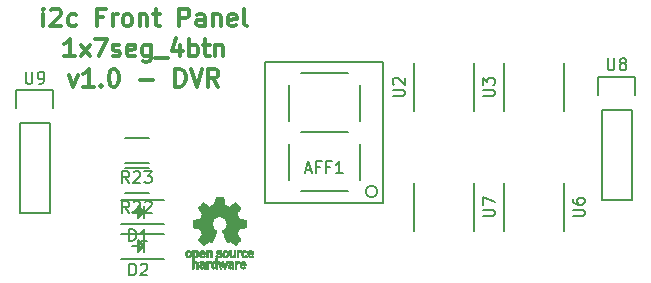
<source format=gbr>
G04 #@! TF.FileFunction,Legend,Top*
%FSLAX46Y46*%
G04 Gerber Fmt 4.6, Leading zero omitted, Abs format (unit mm)*
G04 Created by KiCad (PCBNEW 4.0.5+dfsg1-4) date Sun Sep  9 21:55:47 2018*
%MOMM*%
%LPD*%
G01*
G04 APERTURE LIST*
%ADD10C,0.100000*%
%ADD11C,0.300000*%
%ADD12C,0.150000*%
%ADD13C,0.010000*%
G04 APERTURE END LIST*
D10*
D11*
X35787287Y-24036571D02*
X35787287Y-23036571D01*
X35787287Y-22536571D02*
X35715858Y-22608000D01*
X35787287Y-22679429D01*
X35858715Y-22608000D01*
X35787287Y-22536571D01*
X35787287Y-22679429D01*
X36430144Y-22679429D02*
X36501573Y-22608000D01*
X36644430Y-22536571D01*
X37001573Y-22536571D01*
X37144430Y-22608000D01*
X37215859Y-22679429D01*
X37287287Y-22822286D01*
X37287287Y-22965143D01*
X37215859Y-23179429D01*
X36358716Y-24036571D01*
X37287287Y-24036571D01*
X38573001Y-23965143D02*
X38430144Y-24036571D01*
X38144430Y-24036571D01*
X38001572Y-23965143D01*
X37930144Y-23893714D01*
X37858715Y-23750857D01*
X37858715Y-23322286D01*
X37930144Y-23179429D01*
X38001572Y-23108000D01*
X38144430Y-23036571D01*
X38430144Y-23036571D01*
X38573001Y-23108000D01*
X40858715Y-23250857D02*
X40358715Y-23250857D01*
X40358715Y-24036571D02*
X40358715Y-22536571D01*
X41073001Y-22536571D01*
X41644429Y-24036571D02*
X41644429Y-23036571D01*
X41644429Y-23322286D02*
X41715857Y-23179429D01*
X41787286Y-23108000D01*
X41930143Y-23036571D01*
X42073000Y-23036571D01*
X42787286Y-24036571D02*
X42644428Y-23965143D01*
X42573000Y-23893714D01*
X42501571Y-23750857D01*
X42501571Y-23322286D01*
X42573000Y-23179429D01*
X42644428Y-23108000D01*
X42787286Y-23036571D01*
X43001571Y-23036571D01*
X43144428Y-23108000D01*
X43215857Y-23179429D01*
X43287286Y-23322286D01*
X43287286Y-23750857D01*
X43215857Y-23893714D01*
X43144428Y-23965143D01*
X43001571Y-24036571D01*
X42787286Y-24036571D01*
X43930143Y-23036571D02*
X43930143Y-24036571D01*
X43930143Y-23179429D02*
X44001571Y-23108000D01*
X44144429Y-23036571D01*
X44358714Y-23036571D01*
X44501571Y-23108000D01*
X44573000Y-23250857D01*
X44573000Y-24036571D01*
X45073000Y-23036571D02*
X45644429Y-23036571D01*
X45287286Y-22536571D02*
X45287286Y-23822286D01*
X45358714Y-23965143D01*
X45501572Y-24036571D01*
X45644429Y-24036571D01*
X47287286Y-24036571D02*
X47287286Y-22536571D01*
X47858714Y-22536571D01*
X48001572Y-22608000D01*
X48073000Y-22679429D01*
X48144429Y-22822286D01*
X48144429Y-23036571D01*
X48073000Y-23179429D01*
X48001572Y-23250857D01*
X47858714Y-23322286D01*
X47287286Y-23322286D01*
X49430143Y-24036571D02*
X49430143Y-23250857D01*
X49358714Y-23108000D01*
X49215857Y-23036571D01*
X48930143Y-23036571D01*
X48787286Y-23108000D01*
X49430143Y-23965143D02*
X49287286Y-24036571D01*
X48930143Y-24036571D01*
X48787286Y-23965143D01*
X48715857Y-23822286D01*
X48715857Y-23679429D01*
X48787286Y-23536571D01*
X48930143Y-23465143D01*
X49287286Y-23465143D01*
X49430143Y-23393714D01*
X50144429Y-23036571D02*
X50144429Y-24036571D01*
X50144429Y-23179429D02*
X50215857Y-23108000D01*
X50358715Y-23036571D01*
X50573000Y-23036571D01*
X50715857Y-23108000D01*
X50787286Y-23250857D01*
X50787286Y-24036571D01*
X52073000Y-23965143D02*
X51930143Y-24036571D01*
X51644429Y-24036571D01*
X51501572Y-23965143D01*
X51430143Y-23822286D01*
X51430143Y-23250857D01*
X51501572Y-23108000D01*
X51644429Y-23036571D01*
X51930143Y-23036571D01*
X52073000Y-23108000D01*
X52144429Y-23250857D01*
X52144429Y-23393714D01*
X51430143Y-23536571D01*
X53001572Y-24036571D02*
X52858714Y-23965143D01*
X52787286Y-23822286D01*
X52787286Y-22536571D01*
X38430143Y-26586571D02*
X37573000Y-26586571D01*
X38001572Y-26586571D02*
X38001572Y-25086571D01*
X37858715Y-25300857D01*
X37715857Y-25443714D01*
X37573000Y-25515143D01*
X38930143Y-26586571D02*
X39715857Y-25586571D01*
X38930143Y-25586571D02*
X39715857Y-26586571D01*
X40144429Y-25086571D02*
X41144429Y-25086571D01*
X40501572Y-26586571D01*
X41644428Y-26515143D02*
X41787285Y-26586571D01*
X42073000Y-26586571D01*
X42215857Y-26515143D01*
X42287285Y-26372286D01*
X42287285Y-26300857D01*
X42215857Y-26158000D01*
X42073000Y-26086571D01*
X41858714Y-26086571D01*
X41715857Y-26015143D01*
X41644428Y-25872286D01*
X41644428Y-25800857D01*
X41715857Y-25658000D01*
X41858714Y-25586571D01*
X42073000Y-25586571D01*
X42215857Y-25658000D01*
X43501571Y-26515143D02*
X43358714Y-26586571D01*
X43073000Y-26586571D01*
X42930143Y-26515143D01*
X42858714Y-26372286D01*
X42858714Y-25800857D01*
X42930143Y-25658000D01*
X43073000Y-25586571D01*
X43358714Y-25586571D01*
X43501571Y-25658000D01*
X43573000Y-25800857D01*
X43573000Y-25943714D01*
X42858714Y-26086571D01*
X44858714Y-25586571D02*
X44858714Y-26800857D01*
X44787285Y-26943714D01*
X44715857Y-27015143D01*
X44573000Y-27086571D01*
X44358714Y-27086571D01*
X44215857Y-27015143D01*
X44858714Y-26515143D02*
X44715857Y-26586571D01*
X44430143Y-26586571D01*
X44287285Y-26515143D01*
X44215857Y-26443714D01*
X44144428Y-26300857D01*
X44144428Y-25872286D01*
X44215857Y-25729429D01*
X44287285Y-25658000D01*
X44430143Y-25586571D01*
X44715857Y-25586571D01*
X44858714Y-25658000D01*
X45215857Y-26729429D02*
X46358714Y-26729429D01*
X47358714Y-25586571D02*
X47358714Y-26586571D01*
X47001571Y-25015143D02*
X46644428Y-26086571D01*
X47573000Y-26086571D01*
X48144428Y-26586571D02*
X48144428Y-25086571D01*
X48144428Y-25658000D02*
X48287285Y-25586571D01*
X48572999Y-25586571D01*
X48715856Y-25658000D01*
X48787285Y-25729429D01*
X48858714Y-25872286D01*
X48858714Y-26300857D01*
X48787285Y-26443714D01*
X48715856Y-26515143D01*
X48572999Y-26586571D01*
X48287285Y-26586571D01*
X48144428Y-26515143D01*
X49287285Y-25586571D02*
X49858714Y-25586571D01*
X49501571Y-25086571D02*
X49501571Y-26372286D01*
X49572999Y-26515143D01*
X49715857Y-26586571D01*
X49858714Y-26586571D01*
X50358714Y-25586571D02*
X50358714Y-26586571D01*
X50358714Y-25729429D02*
X50430142Y-25658000D01*
X50573000Y-25586571D01*
X50787285Y-25586571D01*
X50930142Y-25658000D01*
X51001571Y-25800857D01*
X51001571Y-26586571D01*
X37965858Y-28136571D02*
X38323001Y-29136571D01*
X38680143Y-28136571D01*
X40037286Y-29136571D02*
X39180143Y-29136571D01*
X39608715Y-29136571D02*
X39608715Y-27636571D01*
X39465858Y-27850857D01*
X39323000Y-27993714D01*
X39180143Y-28065143D01*
X40680143Y-28993714D02*
X40751571Y-29065143D01*
X40680143Y-29136571D01*
X40608714Y-29065143D01*
X40680143Y-28993714D01*
X40680143Y-29136571D01*
X41680143Y-27636571D02*
X41823000Y-27636571D01*
X41965857Y-27708000D01*
X42037286Y-27779429D01*
X42108715Y-27922286D01*
X42180143Y-28208000D01*
X42180143Y-28565143D01*
X42108715Y-28850857D01*
X42037286Y-28993714D01*
X41965857Y-29065143D01*
X41823000Y-29136571D01*
X41680143Y-29136571D01*
X41537286Y-29065143D01*
X41465857Y-28993714D01*
X41394429Y-28850857D01*
X41323000Y-28565143D01*
X41323000Y-28208000D01*
X41394429Y-27922286D01*
X41465857Y-27779429D01*
X41537286Y-27708000D01*
X41680143Y-27636571D01*
X43965857Y-28565143D02*
X45108714Y-28565143D01*
X46965857Y-29136571D02*
X46965857Y-27636571D01*
X47323000Y-27636571D01*
X47537285Y-27708000D01*
X47680143Y-27850857D01*
X47751571Y-27993714D01*
X47823000Y-28279429D01*
X47823000Y-28493714D01*
X47751571Y-28779429D01*
X47680143Y-28922286D01*
X47537285Y-29065143D01*
X47323000Y-29136571D01*
X46965857Y-29136571D01*
X48251571Y-27636571D02*
X48751571Y-29136571D01*
X49251571Y-27636571D01*
X50608714Y-29136571D02*
X50108714Y-28422286D01*
X49751571Y-29136571D02*
X49751571Y-27636571D01*
X50322999Y-27636571D01*
X50465857Y-27708000D01*
X50537285Y-27779429D01*
X50608714Y-27922286D01*
X50608714Y-28136571D01*
X50537285Y-28279429D01*
X50465857Y-28350857D01*
X50322999Y-28422286D01*
X49751571Y-28422286D01*
D12*
X64063000Y-38020000D02*
G75*
G03X64063000Y-38020000I-500000J0D01*
G01*
X62563000Y-37020000D02*
X62563000Y-34020000D01*
X57563000Y-38020000D02*
X61563000Y-38020000D01*
X56563000Y-34020000D02*
X56563000Y-37020000D01*
X57563000Y-33020000D02*
X61563000Y-33020000D01*
X62563000Y-29020000D02*
X62563000Y-32020000D01*
X56563000Y-29020000D02*
X56563000Y-32020000D01*
X57563000Y-28020000D02*
X61563000Y-28020000D01*
X54563000Y-27020000D02*
X54563000Y-39020000D01*
X54563000Y-39020000D02*
X64563000Y-39020000D01*
X64563000Y-39020000D02*
X64563000Y-27020000D01*
X64563000Y-27020000D02*
X54563000Y-27020000D01*
X45965000Y-38701000D02*
X42365000Y-38701000D01*
X45965000Y-40801000D02*
X42365000Y-40801000D01*
X43915000Y-40051000D02*
X43915000Y-39451000D01*
X43915000Y-39451000D02*
X44215000Y-39751000D01*
X44215000Y-39751000D02*
X44015000Y-39951000D01*
X44015000Y-39951000D02*
X44015000Y-39701000D01*
X44015000Y-39701000D02*
X44065000Y-39751000D01*
X44315000Y-40251000D02*
X44315000Y-39251000D01*
X43815000Y-39751000D02*
X43315000Y-39751000D01*
X44315000Y-39751000D02*
X43815000Y-40251000D01*
X43815000Y-40251000D02*
X43815000Y-39251000D01*
X43815000Y-39251000D02*
X44315000Y-39751000D01*
X45965000Y-41622000D02*
X42365000Y-41622000D01*
X45965000Y-43722000D02*
X42365000Y-43722000D01*
X43915000Y-42972000D02*
X43915000Y-42372000D01*
X43915000Y-42372000D02*
X44215000Y-42672000D01*
X44215000Y-42672000D02*
X44015000Y-42872000D01*
X44015000Y-42872000D02*
X44015000Y-42622000D01*
X44015000Y-42622000D02*
X44065000Y-42672000D01*
X44315000Y-43172000D02*
X44315000Y-42172000D01*
X43815000Y-42672000D02*
X43315000Y-42672000D01*
X44315000Y-42672000D02*
X43815000Y-43172000D01*
X43815000Y-43172000D02*
X43815000Y-42172000D01*
X43815000Y-42172000D02*
X44315000Y-42672000D01*
X42688000Y-36009000D02*
X44688000Y-36009000D01*
X44688000Y-38159000D02*
X42688000Y-38159000D01*
X42688000Y-33469000D02*
X44688000Y-33469000D01*
X44688000Y-35619000D02*
X42688000Y-35619000D01*
X72263000Y-31242000D02*
X72263000Y-27178000D01*
X67183000Y-31242000D02*
X67183000Y-27178000D01*
X79883000Y-31242000D02*
X79883000Y-27178000D01*
X74803000Y-31242000D02*
X74803000Y-27178000D01*
X74803000Y-37338000D02*
X74803000Y-41402000D01*
X79883000Y-37338000D02*
X79883000Y-41402000D01*
X67183000Y-37338000D02*
X67183000Y-41402000D01*
X72263000Y-37338000D02*
X72263000Y-41402000D01*
X83058000Y-31115000D02*
X83058000Y-38735000D01*
X85598000Y-31115000D02*
X85598000Y-38735000D01*
X85878000Y-28295000D02*
X85878000Y-29845000D01*
X83058000Y-38735000D02*
X85598000Y-38735000D01*
X85598000Y-31115000D02*
X83058000Y-31115000D01*
X82778000Y-29845000D02*
X82778000Y-28295000D01*
X82778000Y-28295000D02*
X85878000Y-28295000D01*
X33782000Y-32258000D02*
X33782000Y-39878000D01*
X36322000Y-32258000D02*
X36322000Y-39878000D01*
X36602000Y-29438000D02*
X36602000Y-30988000D01*
X33782000Y-39878000D02*
X36322000Y-39878000D01*
X36322000Y-32258000D02*
X33782000Y-32258000D01*
X33502000Y-30988000D02*
X33502000Y-29438000D01*
X33502000Y-29438000D02*
X36602000Y-29438000D01*
D13*
G36*
X48764241Y-42998184D02*
X48790753Y-43011282D01*
X48823447Y-43034106D01*
X48847275Y-43058996D01*
X48863594Y-43090249D01*
X48873760Y-43132166D01*
X48879128Y-43189044D01*
X48881056Y-43265184D01*
X48881169Y-43297917D01*
X48880839Y-43369656D01*
X48879473Y-43420927D01*
X48876500Y-43456404D01*
X48871351Y-43480763D01*
X48863457Y-43498680D01*
X48855243Y-43510902D01*
X48802813Y-43562905D01*
X48741070Y-43594184D01*
X48674464Y-43603592D01*
X48607442Y-43589980D01*
X48586208Y-43580354D01*
X48535376Y-43553859D01*
X48535376Y-43969052D01*
X48572475Y-43949868D01*
X48621357Y-43935025D01*
X48681439Y-43931222D01*
X48741436Y-43938243D01*
X48786744Y-43954013D01*
X48824325Y-43984047D01*
X48856436Y-44027024D01*
X48858850Y-44031436D01*
X48869033Y-44052221D01*
X48876470Y-44073170D01*
X48881589Y-44098548D01*
X48884819Y-44132618D01*
X48886587Y-44179641D01*
X48887323Y-44243882D01*
X48887456Y-44316176D01*
X48887456Y-44546822D01*
X48749139Y-44546822D01*
X48749139Y-44121533D01*
X48710451Y-44088979D01*
X48670262Y-44062940D01*
X48632203Y-44058205D01*
X48593934Y-44070389D01*
X48573538Y-44082320D01*
X48558358Y-44099313D01*
X48547562Y-44124995D01*
X48540317Y-44162991D01*
X48535792Y-44216926D01*
X48533156Y-44290425D01*
X48532228Y-44339347D01*
X48529089Y-44540535D01*
X48463074Y-44544336D01*
X48397060Y-44548136D01*
X48397060Y-43299650D01*
X48535376Y-43299650D01*
X48538903Y-43369254D01*
X48550785Y-43417569D01*
X48572980Y-43447631D01*
X48607441Y-43462471D01*
X48642258Y-43465436D01*
X48681671Y-43462028D01*
X48707829Y-43448617D01*
X48724186Y-43430896D01*
X48737063Y-43411835D01*
X48744728Y-43390601D01*
X48748139Y-43360849D01*
X48748251Y-43316236D01*
X48747103Y-43278880D01*
X48744468Y-43222604D01*
X48740544Y-43185658D01*
X48733937Y-43162223D01*
X48723251Y-43146480D01*
X48713167Y-43137380D01*
X48671030Y-43117537D01*
X48621160Y-43114332D01*
X48592524Y-43121168D01*
X48564172Y-43145464D01*
X48545391Y-43192728D01*
X48536288Y-43262624D01*
X48535376Y-43299650D01*
X48397060Y-43299650D01*
X48397060Y-42987614D01*
X48466218Y-42987614D01*
X48507740Y-42989256D01*
X48529162Y-42995087D01*
X48535374Y-43006461D01*
X48535376Y-43006798D01*
X48538258Y-43017938D01*
X48550970Y-43016673D01*
X48576243Y-43004433D01*
X48635131Y-42985707D01*
X48701385Y-42983739D01*
X48764241Y-42998184D01*
X48764241Y-42998184D01*
G37*
X48764241Y-42998184D02*
X48790753Y-43011282D01*
X48823447Y-43034106D01*
X48847275Y-43058996D01*
X48863594Y-43090249D01*
X48873760Y-43132166D01*
X48879128Y-43189044D01*
X48881056Y-43265184D01*
X48881169Y-43297917D01*
X48880839Y-43369656D01*
X48879473Y-43420927D01*
X48876500Y-43456404D01*
X48871351Y-43480763D01*
X48863457Y-43498680D01*
X48855243Y-43510902D01*
X48802813Y-43562905D01*
X48741070Y-43594184D01*
X48674464Y-43603592D01*
X48607442Y-43589980D01*
X48586208Y-43580354D01*
X48535376Y-43553859D01*
X48535376Y-43969052D01*
X48572475Y-43949868D01*
X48621357Y-43935025D01*
X48681439Y-43931222D01*
X48741436Y-43938243D01*
X48786744Y-43954013D01*
X48824325Y-43984047D01*
X48856436Y-44027024D01*
X48858850Y-44031436D01*
X48869033Y-44052221D01*
X48876470Y-44073170D01*
X48881589Y-44098548D01*
X48884819Y-44132618D01*
X48886587Y-44179641D01*
X48887323Y-44243882D01*
X48887456Y-44316176D01*
X48887456Y-44546822D01*
X48749139Y-44546822D01*
X48749139Y-44121533D01*
X48710451Y-44088979D01*
X48670262Y-44062940D01*
X48632203Y-44058205D01*
X48593934Y-44070389D01*
X48573538Y-44082320D01*
X48558358Y-44099313D01*
X48547562Y-44124995D01*
X48540317Y-44162991D01*
X48535792Y-44216926D01*
X48533156Y-44290425D01*
X48532228Y-44339347D01*
X48529089Y-44540535D01*
X48463074Y-44544336D01*
X48397060Y-44548136D01*
X48397060Y-43299650D01*
X48535376Y-43299650D01*
X48538903Y-43369254D01*
X48550785Y-43417569D01*
X48572980Y-43447631D01*
X48607441Y-43462471D01*
X48642258Y-43465436D01*
X48681671Y-43462028D01*
X48707829Y-43448617D01*
X48724186Y-43430896D01*
X48737063Y-43411835D01*
X48744728Y-43390601D01*
X48748139Y-43360849D01*
X48748251Y-43316236D01*
X48747103Y-43278880D01*
X48744468Y-43222604D01*
X48740544Y-43185658D01*
X48733937Y-43162223D01*
X48723251Y-43146480D01*
X48713167Y-43137380D01*
X48671030Y-43117537D01*
X48621160Y-43114332D01*
X48592524Y-43121168D01*
X48564172Y-43145464D01*
X48545391Y-43192728D01*
X48536288Y-43262624D01*
X48535376Y-43299650D01*
X48397060Y-43299650D01*
X48397060Y-42987614D01*
X48466218Y-42987614D01*
X48507740Y-42989256D01*
X48529162Y-42995087D01*
X48535374Y-43006461D01*
X48535376Y-43006798D01*
X48538258Y-43017938D01*
X48550970Y-43016673D01*
X48576243Y-43004433D01*
X48635131Y-42985707D01*
X48701385Y-42983739D01*
X48764241Y-42998184D01*
G36*
X49288790Y-43935555D02*
X49347945Y-43951339D01*
X49392977Y-43979948D01*
X49424754Y-44017419D01*
X49434634Y-44033411D01*
X49441927Y-44050163D01*
X49447026Y-44071592D01*
X49450321Y-44101616D01*
X49452203Y-44144154D01*
X49453063Y-44203122D01*
X49453293Y-44282440D01*
X49453297Y-44303484D01*
X49453297Y-44546822D01*
X49392941Y-44546822D01*
X49354443Y-44544126D01*
X49325977Y-44537295D01*
X49318845Y-44533083D01*
X49299348Y-44525813D01*
X49279434Y-44533083D01*
X49246647Y-44542160D01*
X49199022Y-44545813D01*
X49146236Y-44544228D01*
X49097964Y-44537589D01*
X49069782Y-44529072D01*
X49015247Y-44494063D01*
X48981165Y-44445479D01*
X48965843Y-44380882D01*
X48965701Y-44379223D01*
X48967045Y-44350566D01*
X49088644Y-44350566D01*
X49099274Y-44383161D01*
X49116590Y-44401505D01*
X49151348Y-44415379D01*
X49197227Y-44420917D01*
X49244012Y-44418191D01*
X49281486Y-44407274D01*
X49291985Y-44400269D01*
X49310332Y-44367904D01*
X49314980Y-44331111D01*
X49314980Y-44282763D01*
X49245418Y-44282763D01*
X49179333Y-44287850D01*
X49129236Y-44302263D01*
X49098071Y-44324729D01*
X49088644Y-44350566D01*
X48967045Y-44350566D01*
X48969013Y-44308647D01*
X48992290Y-44252845D01*
X49036052Y-44210647D01*
X49042101Y-44206808D01*
X49068093Y-44194309D01*
X49100265Y-44186740D01*
X49145240Y-44183061D01*
X49198669Y-44182216D01*
X49314980Y-44182169D01*
X49314980Y-44133411D01*
X49310047Y-44095581D01*
X49297457Y-44070236D01*
X49295983Y-44068887D01*
X49267966Y-44057800D01*
X49225674Y-44053503D01*
X49178936Y-44055615D01*
X49137582Y-44063756D01*
X49113043Y-44075965D01*
X49099747Y-44085746D01*
X49085706Y-44087613D01*
X49066329Y-44079600D01*
X49037024Y-44059739D01*
X48993197Y-44026063D01*
X48989175Y-44022909D01*
X48991236Y-44011236D01*
X49008432Y-43991822D01*
X49034567Y-43970248D01*
X49063448Y-43952096D01*
X49072522Y-43947809D01*
X49105620Y-43939256D01*
X49154120Y-43933155D01*
X49208305Y-43930708D01*
X49210839Y-43930703D01*
X49288790Y-43935555D01*
X49288790Y-43935555D01*
G37*
X49288790Y-43935555D02*
X49347945Y-43951339D01*
X49392977Y-43979948D01*
X49424754Y-44017419D01*
X49434634Y-44033411D01*
X49441927Y-44050163D01*
X49447026Y-44071592D01*
X49450321Y-44101616D01*
X49452203Y-44144154D01*
X49453063Y-44203122D01*
X49453293Y-44282440D01*
X49453297Y-44303484D01*
X49453297Y-44546822D01*
X49392941Y-44546822D01*
X49354443Y-44544126D01*
X49325977Y-44537295D01*
X49318845Y-44533083D01*
X49299348Y-44525813D01*
X49279434Y-44533083D01*
X49246647Y-44542160D01*
X49199022Y-44545813D01*
X49146236Y-44544228D01*
X49097964Y-44537589D01*
X49069782Y-44529072D01*
X49015247Y-44494063D01*
X48981165Y-44445479D01*
X48965843Y-44380882D01*
X48965701Y-44379223D01*
X48967045Y-44350566D01*
X49088644Y-44350566D01*
X49099274Y-44383161D01*
X49116590Y-44401505D01*
X49151348Y-44415379D01*
X49197227Y-44420917D01*
X49244012Y-44418191D01*
X49281486Y-44407274D01*
X49291985Y-44400269D01*
X49310332Y-44367904D01*
X49314980Y-44331111D01*
X49314980Y-44282763D01*
X49245418Y-44282763D01*
X49179333Y-44287850D01*
X49129236Y-44302263D01*
X49098071Y-44324729D01*
X49088644Y-44350566D01*
X48967045Y-44350566D01*
X48969013Y-44308647D01*
X48992290Y-44252845D01*
X49036052Y-44210647D01*
X49042101Y-44206808D01*
X49068093Y-44194309D01*
X49100265Y-44186740D01*
X49145240Y-44183061D01*
X49198669Y-44182216D01*
X49314980Y-44182169D01*
X49314980Y-44133411D01*
X49310047Y-44095581D01*
X49297457Y-44070236D01*
X49295983Y-44068887D01*
X49267966Y-44057800D01*
X49225674Y-44053503D01*
X49178936Y-44055615D01*
X49137582Y-44063756D01*
X49113043Y-44075965D01*
X49099747Y-44085746D01*
X49085706Y-44087613D01*
X49066329Y-44079600D01*
X49037024Y-44059739D01*
X48993197Y-44026063D01*
X48989175Y-44022909D01*
X48991236Y-44011236D01*
X49008432Y-43991822D01*
X49034567Y-43970248D01*
X49063448Y-43952096D01*
X49072522Y-43947809D01*
X49105620Y-43939256D01*
X49154120Y-43933155D01*
X49208305Y-43930708D01*
X49210839Y-43930703D01*
X49288790Y-43935555D01*
G36*
X49679644Y-43932020D02*
X49698461Y-43937660D01*
X49704527Y-43950053D01*
X49704782Y-43955647D01*
X49705871Y-43971230D01*
X49713368Y-43973676D01*
X49733619Y-43962993D01*
X49745649Y-43955694D01*
X49783600Y-43940063D01*
X49828928Y-43932334D01*
X49876456Y-43931740D01*
X49921005Y-43937513D01*
X49957398Y-43948884D01*
X49980457Y-43965088D01*
X49985004Y-43985355D01*
X49982709Y-43990843D01*
X49965980Y-44013626D01*
X49940037Y-44041647D01*
X49935345Y-44046177D01*
X49910617Y-44067005D01*
X49889282Y-44073735D01*
X49859445Y-44069038D01*
X49847492Y-44065917D01*
X49810295Y-44058421D01*
X49784141Y-44061792D01*
X49762054Y-44073681D01*
X49741822Y-44089635D01*
X49726921Y-44109700D01*
X49716566Y-44137702D01*
X49709971Y-44177467D01*
X49706351Y-44232823D01*
X49704922Y-44307594D01*
X49704782Y-44352740D01*
X49704782Y-44546822D01*
X49579040Y-44546822D01*
X49579040Y-43930683D01*
X49641911Y-43930683D01*
X49679644Y-43932020D01*
X49679644Y-43932020D01*
G37*
X49679644Y-43932020D02*
X49698461Y-43937660D01*
X49704527Y-43950053D01*
X49704782Y-43955647D01*
X49705871Y-43971230D01*
X49713368Y-43973676D01*
X49733619Y-43962993D01*
X49745649Y-43955694D01*
X49783600Y-43940063D01*
X49828928Y-43932334D01*
X49876456Y-43931740D01*
X49921005Y-43937513D01*
X49957398Y-43948884D01*
X49980457Y-43965088D01*
X49985004Y-43985355D01*
X49982709Y-43990843D01*
X49965980Y-44013626D01*
X49940037Y-44041647D01*
X49935345Y-44046177D01*
X49910617Y-44067005D01*
X49889282Y-44073735D01*
X49859445Y-44069038D01*
X49847492Y-44065917D01*
X49810295Y-44058421D01*
X49784141Y-44061792D01*
X49762054Y-44073681D01*
X49741822Y-44089635D01*
X49726921Y-44109700D01*
X49716566Y-44137702D01*
X49709971Y-44177467D01*
X49706351Y-44232823D01*
X49704922Y-44307594D01*
X49704782Y-44352740D01*
X49704782Y-44546822D01*
X49579040Y-44546822D01*
X49579040Y-43930683D01*
X49641911Y-43930683D01*
X49679644Y-43932020D01*
G36*
X50471812Y-44546822D02*
X50402654Y-44546822D01*
X50362512Y-44545645D01*
X50341606Y-44540772D01*
X50334078Y-44530186D01*
X50333495Y-44523029D01*
X50332226Y-44508676D01*
X50324221Y-44505923D01*
X50303185Y-44514771D01*
X50286827Y-44523029D01*
X50224023Y-44542597D01*
X50155752Y-44543729D01*
X50100248Y-44529135D01*
X50048562Y-44493877D01*
X50009162Y-44441835D01*
X49987587Y-44380450D01*
X49987038Y-44377018D01*
X49983833Y-44339571D01*
X49982239Y-44285813D01*
X49982367Y-44245155D01*
X50119721Y-44245155D01*
X50122903Y-44299194D01*
X50130141Y-44343735D01*
X50139940Y-44368888D01*
X50177011Y-44403260D01*
X50221026Y-44415582D01*
X50266416Y-44405618D01*
X50305203Y-44375895D01*
X50319892Y-44355905D01*
X50328481Y-44332050D01*
X50332504Y-44297230D01*
X50333495Y-44244930D01*
X50331722Y-44193139D01*
X50327037Y-44147634D01*
X50320397Y-44117181D01*
X50319290Y-44114452D01*
X50292509Y-44082000D01*
X50253421Y-44064183D01*
X50209685Y-44061306D01*
X50168962Y-44073674D01*
X50138913Y-44101593D01*
X50135796Y-44107148D01*
X50126039Y-44141022D01*
X50120723Y-44189728D01*
X50119721Y-44245155D01*
X49982367Y-44245155D01*
X49982432Y-44224540D01*
X49983336Y-44191563D01*
X49989486Y-44109981D01*
X50002267Y-44048730D01*
X50023529Y-44003449D01*
X50055122Y-43969779D01*
X50085793Y-43950014D01*
X50128646Y-43936120D01*
X50181944Y-43931354D01*
X50236520Y-43935236D01*
X50283208Y-43947282D01*
X50307876Y-43961693D01*
X50333495Y-43984878D01*
X50333495Y-43691773D01*
X50471812Y-43691773D01*
X50471812Y-44546822D01*
X50471812Y-44546822D01*
G37*
X50471812Y-44546822D02*
X50402654Y-44546822D01*
X50362512Y-44545645D01*
X50341606Y-44540772D01*
X50334078Y-44530186D01*
X50333495Y-44523029D01*
X50332226Y-44508676D01*
X50324221Y-44505923D01*
X50303185Y-44514771D01*
X50286827Y-44523029D01*
X50224023Y-44542597D01*
X50155752Y-44543729D01*
X50100248Y-44529135D01*
X50048562Y-44493877D01*
X50009162Y-44441835D01*
X49987587Y-44380450D01*
X49987038Y-44377018D01*
X49983833Y-44339571D01*
X49982239Y-44285813D01*
X49982367Y-44245155D01*
X50119721Y-44245155D01*
X50122903Y-44299194D01*
X50130141Y-44343735D01*
X50139940Y-44368888D01*
X50177011Y-44403260D01*
X50221026Y-44415582D01*
X50266416Y-44405618D01*
X50305203Y-44375895D01*
X50319892Y-44355905D01*
X50328481Y-44332050D01*
X50332504Y-44297230D01*
X50333495Y-44244930D01*
X50331722Y-44193139D01*
X50327037Y-44147634D01*
X50320397Y-44117181D01*
X50319290Y-44114452D01*
X50292509Y-44082000D01*
X50253421Y-44064183D01*
X50209685Y-44061306D01*
X50168962Y-44073674D01*
X50138913Y-44101593D01*
X50135796Y-44107148D01*
X50126039Y-44141022D01*
X50120723Y-44189728D01*
X50119721Y-44245155D01*
X49982367Y-44245155D01*
X49982432Y-44224540D01*
X49983336Y-44191563D01*
X49989486Y-44109981D01*
X50002267Y-44048730D01*
X50023529Y-44003449D01*
X50055122Y-43969779D01*
X50085793Y-43950014D01*
X50128646Y-43936120D01*
X50181944Y-43931354D01*
X50236520Y-43935236D01*
X50283208Y-43947282D01*
X50307876Y-43961693D01*
X50333495Y-43984878D01*
X50333495Y-43691773D01*
X50471812Y-43691773D01*
X50471812Y-44546822D01*
G36*
X50954524Y-43933237D02*
X51004255Y-43936971D01*
X51134291Y-44326773D01*
X51154678Y-44257614D01*
X51166946Y-44214874D01*
X51183085Y-44157115D01*
X51200512Y-44093625D01*
X51209726Y-44059570D01*
X51244388Y-43930683D01*
X51387391Y-43930683D01*
X51344646Y-44065857D01*
X51323596Y-44132342D01*
X51298167Y-44212539D01*
X51271610Y-44296193D01*
X51247902Y-44370782D01*
X51193902Y-44540535D01*
X51135598Y-44544328D01*
X51077295Y-44548122D01*
X51045679Y-44443734D01*
X51026182Y-44378889D01*
X51004904Y-44307400D01*
X50986308Y-44244263D01*
X50985574Y-44241750D01*
X50971684Y-44198969D01*
X50959429Y-44169779D01*
X50950846Y-44158741D01*
X50949082Y-44160018D01*
X50942891Y-44177130D01*
X50931128Y-44213787D01*
X50915225Y-44265378D01*
X50896614Y-44327294D01*
X50886543Y-44361352D01*
X50832007Y-44546822D01*
X50716264Y-44546822D01*
X50623737Y-44254471D01*
X50597744Y-44172462D01*
X50574066Y-44097987D01*
X50553820Y-44034544D01*
X50538126Y-43985632D01*
X50528102Y-43954749D01*
X50525055Y-43945726D01*
X50527467Y-43936487D01*
X50546408Y-43932441D01*
X50585823Y-43932846D01*
X50591993Y-43933152D01*
X50665086Y-43936971D01*
X50712957Y-44113010D01*
X50730553Y-44177211D01*
X50746277Y-44233649D01*
X50758746Y-44277422D01*
X50766574Y-44303630D01*
X50768020Y-44307903D01*
X50774014Y-44302990D01*
X50786101Y-44277532D01*
X50802893Y-44234997D01*
X50823003Y-44178850D01*
X50840003Y-44128130D01*
X50904794Y-43929504D01*
X50954524Y-43933237D01*
X50954524Y-43933237D01*
G37*
X50954524Y-43933237D02*
X51004255Y-43936971D01*
X51134291Y-44326773D01*
X51154678Y-44257614D01*
X51166946Y-44214874D01*
X51183085Y-44157115D01*
X51200512Y-44093625D01*
X51209726Y-44059570D01*
X51244388Y-43930683D01*
X51387391Y-43930683D01*
X51344646Y-44065857D01*
X51323596Y-44132342D01*
X51298167Y-44212539D01*
X51271610Y-44296193D01*
X51247902Y-44370782D01*
X51193902Y-44540535D01*
X51135598Y-44544328D01*
X51077295Y-44548122D01*
X51045679Y-44443734D01*
X51026182Y-44378889D01*
X51004904Y-44307400D01*
X50986308Y-44244263D01*
X50985574Y-44241750D01*
X50971684Y-44198969D01*
X50959429Y-44169779D01*
X50950846Y-44158741D01*
X50949082Y-44160018D01*
X50942891Y-44177130D01*
X50931128Y-44213787D01*
X50915225Y-44265378D01*
X50896614Y-44327294D01*
X50886543Y-44361352D01*
X50832007Y-44546822D01*
X50716264Y-44546822D01*
X50623737Y-44254471D01*
X50597744Y-44172462D01*
X50574066Y-44097987D01*
X50553820Y-44034544D01*
X50538126Y-43985632D01*
X50528102Y-43954749D01*
X50525055Y-43945726D01*
X50527467Y-43936487D01*
X50546408Y-43932441D01*
X50585823Y-43932846D01*
X50591993Y-43933152D01*
X50665086Y-43936971D01*
X50712957Y-44113010D01*
X50730553Y-44177211D01*
X50746277Y-44233649D01*
X50758746Y-44277422D01*
X50766574Y-44303630D01*
X50768020Y-44307903D01*
X50774014Y-44302990D01*
X50786101Y-44277532D01*
X50802893Y-44234997D01*
X50823003Y-44178850D01*
X50840003Y-44128130D01*
X50904794Y-43929504D01*
X50954524Y-43933237D01*
G36*
X51711411Y-43934417D02*
X51764411Y-43947290D01*
X51779731Y-43954110D01*
X51809428Y-43971974D01*
X51832220Y-43992093D01*
X51849083Y-44017962D01*
X51860998Y-44053073D01*
X51868942Y-44100920D01*
X51873894Y-44164996D01*
X51876831Y-44248794D01*
X51877947Y-44304768D01*
X51882052Y-44546822D01*
X51811932Y-44546822D01*
X51769393Y-44545038D01*
X51747476Y-44538942D01*
X51741812Y-44528706D01*
X51738821Y-44517637D01*
X51725451Y-44519754D01*
X51707233Y-44528629D01*
X51661624Y-44542233D01*
X51603007Y-44545899D01*
X51541354Y-44539903D01*
X51486638Y-44524521D01*
X51481730Y-44522386D01*
X51431723Y-44487255D01*
X51398756Y-44438419D01*
X51383587Y-44381333D01*
X51384746Y-44360824D01*
X51508508Y-44360824D01*
X51519413Y-44388425D01*
X51551745Y-44408204D01*
X51603910Y-44418819D01*
X51631787Y-44420228D01*
X51678247Y-44416620D01*
X51709129Y-44402597D01*
X51716664Y-44395931D01*
X51737076Y-44359666D01*
X51741812Y-44326773D01*
X51741812Y-44282763D01*
X51680513Y-44282763D01*
X51609256Y-44286395D01*
X51559276Y-44297818D01*
X51527696Y-44317824D01*
X51520626Y-44326743D01*
X51508508Y-44360824D01*
X51384746Y-44360824D01*
X51386971Y-44321456D01*
X51409663Y-44264244D01*
X51440624Y-44225580D01*
X51459376Y-44208864D01*
X51477733Y-44197878D01*
X51501619Y-44191180D01*
X51536957Y-44187326D01*
X51589669Y-44184873D01*
X51610577Y-44184168D01*
X51741812Y-44179879D01*
X51741620Y-44140158D01*
X51736537Y-44098405D01*
X51718162Y-44073158D01*
X51681039Y-44057030D01*
X51680043Y-44056742D01*
X51627410Y-44050400D01*
X51575906Y-44058684D01*
X51537630Y-44078827D01*
X51522272Y-44088773D01*
X51505730Y-44087397D01*
X51480275Y-44072987D01*
X51465328Y-44062817D01*
X51436091Y-44041088D01*
X51417980Y-44024800D01*
X51415074Y-44020137D01*
X51427040Y-43996005D01*
X51462396Y-43967185D01*
X51477753Y-43957461D01*
X51521901Y-43940714D01*
X51581398Y-43931227D01*
X51647487Y-43929095D01*
X51711411Y-43934417D01*
X51711411Y-43934417D01*
G37*
X51711411Y-43934417D02*
X51764411Y-43947290D01*
X51779731Y-43954110D01*
X51809428Y-43971974D01*
X51832220Y-43992093D01*
X51849083Y-44017962D01*
X51860998Y-44053073D01*
X51868942Y-44100920D01*
X51873894Y-44164996D01*
X51876831Y-44248794D01*
X51877947Y-44304768D01*
X51882052Y-44546822D01*
X51811932Y-44546822D01*
X51769393Y-44545038D01*
X51747476Y-44538942D01*
X51741812Y-44528706D01*
X51738821Y-44517637D01*
X51725451Y-44519754D01*
X51707233Y-44528629D01*
X51661624Y-44542233D01*
X51603007Y-44545899D01*
X51541354Y-44539903D01*
X51486638Y-44524521D01*
X51481730Y-44522386D01*
X51431723Y-44487255D01*
X51398756Y-44438419D01*
X51383587Y-44381333D01*
X51384746Y-44360824D01*
X51508508Y-44360824D01*
X51519413Y-44388425D01*
X51551745Y-44408204D01*
X51603910Y-44418819D01*
X51631787Y-44420228D01*
X51678247Y-44416620D01*
X51709129Y-44402597D01*
X51716664Y-44395931D01*
X51737076Y-44359666D01*
X51741812Y-44326773D01*
X51741812Y-44282763D01*
X51680513Y-44282763D01*
X51609256Y-44286395D01*
X51559276Y-44297818D01*
X51527696Y-44317824D01*
X51520626Y-44326743D01*
X51508508Y-44360824D01*
X51384746Y-44360824D01*
X51386971Y-44321456D01*
X51409663Y-44264244D01*
X51440624Y-44225580D01*
X51459376Y-44208864D01*
X51477733Y-44197878D01*
X51501619Y-44191180D01*
X51536957Y-44187326D01*
X51589669Y-44184873D01*
X51610577Y-44184168D01*
X51741812Y-44179879D01*
X51741620Y-44140158D01*
X51736537Y-44098405D01*
X51718162Y-44073158D01*
X51681039Y-44057030D01*
X51680043Y-44056742D01*
X51627410Y-44050400D01*
X51575906Y-44058684D01*
X51537630Y-44078827D01*
X51522272Y-44088773D01*
X51505730Y-44087397D01*
X51480275Y-44072987D01*
X51465328Y-44062817D01*
X51436091Y-44041088D01*
X51417980Y-44024800D01*
X51415074Y-44020137D01*
X51427040Y-43996005D01*
X51462396Y-43967185D01*
X51477753Y-43957461D01*
X51521901Y-43940714D01*
X51581398Y-43931227D01*
X51647487Y-43929095D01*
X51711411Y-43934417D01*
G36*
X52308255Y-43930486D02*
X52356595Y-43940015D01*
X52384114Y-43954125D01*
X52413064Y-43977568D01*
X52371876Y-44029571D01*
X52346482Y-44061064D01*
X52329238Y-44076428D01*
X52312102Y-44078776D01*
X52287027Y-44071217D01*
X52275257Y-44066941D01*
X52227270Y-44060631D01*
X52183324Y-44074156D01*
X52151060Y-44104710D01*
X52145819Y-44114452D01*
X52140112Y-44140258D01*
X52135706Y-44187817D01*
X52132811Y-44253758D01*
X52131631Y-44334710D01*
X52131614Y-44346226D01*
X52131614Y-44546822D01*
X51993297Y-44546822D01*
X51993297Y-43930683D01*
X52062456Y-43930683D01*
X52102333Y-43931725D01*
X52123107Y-43936358D01*
X52130789Y-43946849D01*
X52131614Y-43956745D01*
X52131614Y-43982806D01*
X52164745Y-43956745D01*
X52202735Y-43938965D01*
X52253770Y-43930174D01*
X52308255Y-43930486D01*
X52308255Y-43930486D01*
G37*
X52308255Y-43930486D02*
X52356595Y-43940015D01*
X52384114Y-43954125D01*
X52413064Y-43977568D01*
X52371876Y-44029571D01*
X52346482Y-44061064D01*
X52329238Y-44076428D01*
X52312102Y-44078776D01*
X52287027Y-44071217D01*
X52275257Y-44066941D01*
X52227270Y-44060631D01*
X52183324Y-44074156D01*
X52151060Y-44104710D01*
X52145819Y-44114452D01*
X52140112Y-44140258D01*
X52135706Y-44187817D01*
X52132811Y-44253758D01*
X52131631Y-44334710D01*
X52131614Y-44346226D01*
X52131614Y-44546822D01*
X51993297Y-44546822D01*
X51993297Y-43930683D01*
X52062456Y-43930683D01*
X52102333Y-43931725D01*
X52123107Y-43936358D01*
X52130789Y-43946849D01*
X52131614Y-43956745D01*
X52131614Y-43982806D01*
X52164745Y-43956745D01*
X52202735Y-43938965D01*
X52253770Y-43930174D01*
X52308255Y-43930486D01*
G36*
X52705581Y-43933970D02*
X52765685Y-43949597D01*
X52816021Y-43981848D01*
X52840393Y-44005940D01*
X52880345Y-44062895D01*
X52903242Y-44128965D01*
X52911108Y-44210182D01*
X52911148Y-44216748D01*
X52911218Y-44282763D01*
X52531264Y-44282763D01*
X52539363Y-44317342D01*
X52553987Y-44348659D01*
X52579581Y-44381291D01*
X52584935Y-44386500D01*
X52630943Y-44414694D01*
X52683410Y-44419475D01*
X52743803Y-44400926D01*
X52754040Y-44395931D01*
X52785439Y-44380745D01*
X52806470Y-44372094D01*
X52810139Y-44371293D01*
X52822948Y-44379063D01*
X52847378Y-44398072D01*
X52859779Y-44408460D01*
X52885476Y-44432321D01*
X52893915Y-44448077D01*
X52888058Y-44462571D01*
X52884928Y-44466534D01*
X52863725Y-44483879D01*
X52828738Y-44504959D01*
X52804337Y-44517265D01*
X52735072Y-44538946D01*
X52658388Y-44545971D01*
X52585765Y-44537647D01*
X52565426Y-44531686D01*
X52502476Y-44497952D01*
X52455815Y-44446045D01*
X52425173Y-44375459D01*
X52410282Y-44285692D01*
X52408647Y-44238753D01*
X52413421Y-44170413D01*
X52533990Y-44170413D01*
X52545652Y-44175465D01*
X52576998Y-44179429D01*
X52622571Y-44181768D01*
X52653446Y-44182169D01*
X52708981Y-44181783D01*
X52744033Y-44179975D01*
X52763262Y-44175773D01*
X52771330Y-44168203D01*
X52772901Y-44157218D01*
X52762121Y-44123381D01*
X52734980Y-44089940D01*
X52699277Y-44064272D01*
X52663560Y-44053772D01*
X52615048Y-44063086D01*
X52573053Y-44090013D01*
X52543936Y-44128827D01*
X52533990Y-44170413D01*
X52413421Y-44170413D01*
X52415599Y-44139236D01*
X52437055Y-44059949D01*
X52473470Y-44000263D01*
X52525297Y-43959549D01*
X52592990Y-43937179D01*
X52629662Y-43932871D01*
X52705581Y-43933970D01*
X52705581Y-43933970D01*
G37*
X52705581Y-43933970D02*
X52765685Y-43949597D01*
X52816021Y-43981848D01*
X52840393Y-44005940D01*
X52880345Y-44062895D01*
X52903242Y-44128965D01*
X52911108Y-44210182D01*
X52911148Y-44216748D01*
X52911218Y-44282763D01*
X52531264Y-44282763D01*
X52539363Y-44317342D01*
X52553987Y-44348659D01*
X52579581Y-44381291D01*
X52584935Y-44386500D01*
X52630943Y-44414694D01*
X52683410Y-44419475D01*
X52743803Y-44400926D01*
X52754040Y-44395931D01*
X52785439Y-44380745D01*
X52806470Y-44372094D01*
X52810139Y-44371293D01*
X52822948Y-44379063D01*
X52847378Y-44398072D01*
X52859779Y-44408460D01*
X52885476Y-44432321D01*
X52893915Y-44448077D01*
X52888058Y-44462571D01*
X52884928Y-44466534D01*
X52863725Y-44483879D01*
X52828738Y-44504959D01*
X52804337Y-44517265D01*
X52735072Y-44538946D01*
X52658388Y-44545971D01*
X52585765Y-44537647D01*
X52565426Y-44531686D01*
X52502476Y-44497952D01*
X52455815Y-44446045D01*
X52425173Y-44375459D01*
X52410282Y-44285692D01*
X52408647Y-44238753D01*
X52413421Y-44170413D01*
X52533990Y-44170413D01*
X52545652Y-44175465D01*
X52576998Y-44179429D01*
X52622571Y-44181768D01*
X52653446Y-44182169D01*
X52708981Y-44181783D01*
X52744033Y-44179975D01*
X52763262Y-44175773D01*
X52771330Y-44168203D01*
X52772901Y-44157218D01*
X52762121Y-44123381D01*
X52734980Y-44089940D01*
X52699277Y-44064272D01*
X52663560Y-44053772D01*
X52615048Y-44063086D01*
X52573053Y-44090013D01*
X52543936Y-44128827D01*
X52533990Y-44170413D01*
X52413421Y-44170413D01*
X52415599Y-44139236D01*
X52437055Y-44059949D01*
X52473470Y-44000263D01*
X52525297Y-43959549D01*
X52592990Y-43937179D01*
X52629662Y-43932871D01*
X52705581Y-43933970D01*
G36*
X48134739Y-42994148D02*
X48200521Y-43023231D01*
X48250460Y-43071793D01*
X48284626Y-43139908D01*
X48303093Y-43227651D01*
X48304417Y-43241351D01*
X48305454Y-43337939D01*
X48292007Y-43422602D01*
X48264892Y-43491221D01*
X48250373Y-43513294D01*
X48199799Y-43560011D01*
X48135391Y-43590268D01*
X48063334Y-43602824D01*
X47989815Y-43596439D01*
X47933928Y-43576772D01*
X47885868Y-43543629D01*
X47846588Y-43500175D01*
X47845908Y-43499158D01*
X47829956Y-43472338D01*
X47819590Y-43445368D01*
X47813312Y-43411332D01*
X47809627Y-43363310D01*
X47808003Y-43323931D01*
X47807328Y-43288219D01*
X47933045Y-43288219D01*
X47934274Y-43323770D01*
X47938734Y-43371094D01*
X47946603Y-43401465D01*
X47960793Y-43423072D01*
X47974083Y-43435694D01*
X48021198Y-43462122D01*
X48070495Y-43465653D01*
X48116407Y-43446639D01*
X48139362Y-43425331D01*
X48155904Y-43403859D01*
X48165579Y-43383313D01*
X48169826Y-43356574D01*
X48170080Y-43316523D01*
X48168772Y-43279638D01*
X48165957Y-43226947D01*
X48161495Y-43192772D01*
X48153452Y-43170480D01*
X48139897Y-43153442D01*
X48129155Y-43143703D01*
X48084223Y-43118123D01*
X48035751Y-43116847D01*
X47995106Y-43131999D01*
X47960433Y-43163642D01*
X47939776Y-43215620D01*
X47933045Y-43288219D01*
X47807328Y-43288219D01*
X47806521Y-43245621D01*
X47809052Y-43187056D01*
X47816638Y-43143007D01*
X47830319Y-43108248D01*
X47851135Y-43077551D01*
X47858853Y-43068436D01*
X47907111Y-43023021D01*
X47958872Y-42996493D01*
X48022172Y-42985379D01*
X48053039Y-42984471D01*
X48134739Y-42994148D01*
X48134739Y-42994148D01*
G37*
X48134739Y-42994148D02*
X48200521Y-43023231D01*
X48250460Y-43071793D01*
X48284626Y-43139908D01*
X48303093Y-43227651D01*
X48304417Y-43241351D01*
X48305454Y-43337939D01*
X48292007Y-43422602D01*
X48264892Y-43491221D01*
X48250373Y-43513294D01*
X48199799Y-43560011D01*
X48135391Y-43590268D01*
X48063334Y-43602824D01*
X47989815Y-43596439D01*
X47933928Y-43576772D01*
X47885868Y-43543629D01*
X47846588Y-43500175D01*
X47845908Y-43499158D01*
X47829956Y-43472338D01*
X47819590Y-43445368D01*
X47813312Y-43411332D01*
X47809627Y-43363310D01*
X47808003Y-43323931D01*
X47807328Y-43288219D01*
X47933045Y-43288219D01*
X47934274Y-43323770D01*
X47938734Y-43371094D01*
X47946603Y-43401465D01*
X47960793Y-43423072D01*
X47974083Y-43435694D01*
X48021198Y-43462122D01*
X48070495Y-43465653D01*
X48116407Y-43446639D01*
X48139362Y-43425331D01*
X48155904Y-43403859D01*
X48165579Y-43383313D01*
X48169826Y-43356574D01*
X48170080Y-43316523D01*
X48168772Y-43279638D01*
X48165957Y-43226947D01*
X48161495Y-43192772D01*
X48153452Y-43170480D01*
X48139897Y-43153442D01*
X48129155Y-43143703D01*
X48084223Y-43118123D01*
X48035751Y-43116847D01*
X47995106Y-43131999D01*
X47960433Y-43163642D01*
X47939776Y-43215620D01*
X47933045Y-43288219D01*
X47807328Y-43288219D01*
X47806521Y-43245621D01*
X47809052Y-43187056D01*
X47816638Y-43143007D01*
X47830319Y-43108248D01*
X47851135Y-43077551D01*
X47858853Y-43068436D01*
X47907111Y-43023021D01*
X47958872Y-42996493D01*
X48022172Y-42985379D01*
X48053039Y-42984471D01*
X48134739Y-42994148D01*
G36*
X49316301Y-43001614D02*
X49328832Y-43007514D01*
X49372201Y-43039283D01*
X49413210Y-43085646D01*
X49443832Y-43136696D01*
X49452541Y-43160166D01*
X49460488Y-43202091D01*
X49465226Y-43252757D01*
X49465801Y-43273679D01*
X49465871Y-43339693D01*
X49085917Y-43339693D01*
X49094017Y-43374273D01*
X49113896Y-43415170D01*
X49148653Y-43450514D01*
X49190002Y-43473282D01*
X49216351Y-43478010D01*
X49252084Y-43472273D01*
X49294718Y-43457882D01*
X49309201Y-43451262D01*
X49362760Y-43424513D01*
X49408467Y-43459376D01*
X49434842Y-43482955D01*
X49448876Y-43502417D01*
X49449586Y-43508129D01*
X49437049Y-43521973D01*
X49409572Y-43543012D01*
X49384634Y-43559425D01*
X49317336Y-43588930D01*
X49241890Y-43602284D01*
X49167112Y-43598812D01*
X49107505Y-43580663D01*
X49046059Y-43541784D01*
X49002392Y-43490595D01*
X48975074Y-43424367D01*
X48962678Y-43340371D01*
X48961579Y-43301936D01*
X48965978Y-43213861D01*
X48966518Y-43211299D01*
X49092418Y-43211299D01*
X49095885Y-43219558D01*
X49110137Y-43224113D01*
X49139530Y-43226065D01*
X49188425Y-43226517D01*
X49207252Y-43226525D01*
X49264533Y-43225843D01*
X49300859Y-43223364D01*
X49320396Y-43218443D01*
X49327310Y-43210434D01*
X49327555Y-43207862D01*
X49319664Y-43187423D01*
X49299915Y-43158789D01*
X49291425Y-43148763D01*
X49259906Y-43120408D01*
X49227051Y-43109259D01*
X49209349Y-43108327D01*
X49161461Y-43119981D01*
X49121301Y-43151285D01*
X49095827Y-43196752D01*
X49095375Y-43198233D01*
X49092418Y-43211299D01*
X48966518Y-43211299D01*
X48980608Y-43144510D01*
X49006962Y-43089025D01*
X49039193Y-43049639D01*
X49098783Y-43006931D01*
X49168832Y-42984109D01*
X49243339Y-42982046D01*
X49316301Y-43001614D01*
X49316301Y-43001614D01*
G37*
X49316301Y-43001614D02*
X49328832Y-43007514D01*
X49372201Y-43039283D01*
X49413210Y-43085646D01*
X49443832Y-43136696D01*
X49452541Y-43160166D01*
X49460488Y-43202091D01*
X49465226Y-43252757D01*
X49465801Y-43273679D01*
X49465871Y-43339693D01*
X49085917Y-43339693D01*
X49094017Y-43374273D01*
X49113896Y-43415170D01*
X49148653Y-43450514D01*
X49190002Y-43473282D01*
X49216351Y-43478010D01*
X49252084Y-43472273D01*
X49294718Y-43457882D01*
X49309201Y-43451262D01*
X49362760Y-43424513D01*
X49408467Y-43459376D01*
X49434842Y-43482955D01*
X49448876Y-43502417D01*
X49449586Y-43508129D01*
X49437049Y-43521973D01*
X49409572Y-43543012D01*
X49384634Y-43559425D01*
X49317336Y-43588930D01*
X49241890Y-43602284D01*
X49167112Y-43598812D01*
X49107505Y-43580663D01*
X49046059Y-43541784D01*
X49002392Y-43490595D01*
X48975074Y-43424367D01*
X48962678Y-43340371D01*
X48961579Y-43301936D01*
X48965978Y-43213861D01*
X48966518Y-43211299D01*
X49092418Y-43211299D01*
X49095885Y-43219558D01*
X49110137Y-43224113D01*
X49139530Y-43226065D01*
X49188425Y-43226517D01*
X49207252Y-43226525D01*
X49264533Y-43225843D01*
X49300859Y-43223364D01*
X49320396Y-43218443D01*
X49327310Y-43210434D01*
X49327555Y-43207862D01*
X49319664Y-43187423D01*
X49299915Y-43158789D01*
X49291425Y-43148763D01*
X49259906Y-43120408D01*
X49227051Y-43109259D01*
X49209349Y-43108327D01*
X49161461Y-43119981D01*
X49121301Y-43151285D01*
X49095827Y-43196752D01*
X49095375Y-43198233D01*
X49092418Y-43211299D01*
X48966518Y-43211299D01*
X48980608Y-43144510D01*
X49006962Y-43089025D01*
X49039193Y-43049639D01*
X49098783Y-43006931D01*
X49168832Y-42984109D01*
X49243339Y-42982046D01*
X49316301Y-43001614D01*
G36*
X50687017Y-42985452D02*
X50734634Y-42994482D01*
X50784034Y-43013370D01*
X50789312Y-43015777D01*
X50826774Y-43035476D01*
X50852717Y-43053781D01*
X50861103Y-43065508D01*
X50853117Y-43084632D01*
X50833720Y-43112850D01*
X50825110Y-43123384D01*
X50789628Y-43164847D01*
X50743885Y-43137858D01*
X50700350Y-43119878D01*
X50650050Y-43110267D01*
X50601812Y-43109660D01*
X50564467Y-43118691D01*
X50555505Y-43124327D01*
X50538437Y-43150171D01*
X50536363Y-43179941D01*
X50549134Y-43203197D01*
X50556688Y-43207708D01*
X50579325Y-43213309D01*
X50619115Y-43219892D01*
X50668166Y-43226183D01*
X50677215Y-43227170D01*
X50755996Y-43240798D01*
X50813136Y-43263946D01*
X50851030Y-43298752D01*
X50872079Y-43347354D01*
X50878635Y-43406718D01*
X50869577Y-43474198D01*
X50840164Y-43527188D01*
X50790278Y-43565783D01*
X50719800Y-43590081D01*
X50641565Y-43599667D01*
X50577766Y-43599552D01*
X50526016Y-43590845D01*
X50490673Y-43578825D01*
X50446017Y-43557880D01*
X50404747Y-43533574D01*
X50390079Y-43522876D01*
X50352357Y-43492084D01*
X50397852Y-43446049D01*
X50443347Y-43400013D01*
X50495072Y-43434243D01*
X50546952Y-43459952D01*
X50602351Y-43473399D01*
X50655605Y-43474818D01*
X50701049Y-43464443D01*
X50733016Y-43442507D01*
X50743338Y-43423998D01*
X50741789Y-43394314D01*
X50716140Y-43371615D01*
X50666460Y-43355940D01*
X50612031Y-43348695D01*
X50528264Y-43334873D01*
X50466033Y-43308796D01*
X50424507Y-43269699D01*
X50402853Y-43216820D01*
X50399853Y-43154126D01*
X50414671Y-43088642D01*
X50448454Y-43039144D01*
X50501505Y-43005408D01*
X50574126Y-42987207D01*
X50627928Y-42983639D01*
X50687017Y-42985452D01*
X50687017Y-42985452D01*
G37*
X50687017Y-42985452D02*
X50734634Y-42994482D01*
X50784034Y-43013370D01*
X50789312Y-43015777D01*
X50826774Y-43035476D01*
X50852717Y-43053781D01*
X50861103Y-43065508D01*
X50853117Y-43084632D01*
X50833720Y-43112850D01*
X50825110Y-43123384D01*
X50789628Y-43164847D01*
X50743885Y-43137858D01*
X50700350Y-43119878D01*
X50650050Y-43110267D01*
X50601812Y-43109660D01*
X50564467Y-43118691D01*
X50555505Y-43124327D01*
X50538437Y-43150171D01*
X50536363Y-43179941D01*
X50549134Y-43203197D01*
X50556688Y-43207708D01*
X50579325Y-43213309D01*
X50619115Y-43219892D01*
X50668166Y-43226183D01*
X50677215Y-43227170D01*
X50755996Y-43240798D01*
X50813136Y-43263946D01*
X50851030Y-43298752D01*
X50872079Y-43347354D01*
X50878635Y-43406718D01*
X50869577Y-43474198D01*
X50840164Y-43527188D01*
X50790278Y-43565783D01*
X50719800Y-43590081D01*
X50641565Y-43599667D01*
X50577766Y-43599552D01*
X50526016Y-43590845D01*
X50490673Y-43578825D01*
X50446017Y-43557880D01*
X50404747Y-43533574D01*
X50390079Y-43522876D01*
X50352357Y-43492084D01*
X50397852Y-43446049D01*
X50443347Y-43400013D01*
X50495072Y-43434243D01*
X50546952Y-43459952D01*
X50602351Y-43473399D01*
X50655605Y-43474818D01*
X50701049Y-43464443D01*
X50733016Y-43442507D01*
X50743338Y-43423998D01*
X50741789Y-43394314D01*
X50716140Y-43371615D01*
X50666460Y-43355940D01*
X50612031Y-43348695D01*
X50528264Y-43334873D01*
X50466033Y-43308796D01*
X50424507Y-43269699D01*
X50402853Y-43216820D01*
X50399853Y-43154126D01*
X50414671Y-43088642D01*
X50448454Y-43039144D01*
X50501505Y-43005408D01*
X50574126Y-42987207D01*
X50627928Y-42983639D01*
X50687017Y-42985452D01*
G36*
X51283762Y-42995055D02*
X51347363Y-43029692D01*
X51397123Y-43084372D01*
X51420568Y-43128842D01*
X51430634Y-43168121D01*
X51437156Y-43224116D01*
X51439951Y-43288621D01*
X51438836Y-43353429D01*
X51433626Y-43410334D01*
X51427541Y-43440727D01*
X51407014Y-43482306D01*
X51371463Y-43526468D01*
X51328619Y-43565087D01*
X51286211Y-43590034D01*
X51285177Y-43590430D01*
X51232553Y-43601331D01*
X51170188Y-43601601D01*
X51110924Y-43591676D01*
X51088040Y-43583722D01*
X51029102Y-43550300D01*
X50986890Y-43506511D01*
X50959156Y-43448538D01*
X50943651Y-43372565D01*
X50940143Y-43332771D01*
X50940590Y-43282766D01*
X51075376Y-43282766D01*
X51079917Y-43355732D01*
X51092986Y-43411334D01*
X51113756Y-43446861D01*
X51128552Y-43457020D01*
X51166464Y-43464104D01*
X51211527Y-43462007D01*
X51250487Y-43451812D01*
X51260704Y-43446204D01*
X51287659Y-43413538D01*
X51305451Y-43363545D01*
X51313024Y-43302705D01*
X51309325Y-43237497D01*
X51301057Y-43198253D01*
X51277320Y-43152805D01*
X51239849Y-43124396D01*
X51194720Y-43114573D01*
X51148011Y-43124887D01*
X51112132Y-43150112D01*
X51093277Y-43170925D01*
X51082272Y-43191439D01*
X51077026Y-43219203D01*
X51075449Y-43261762D01*
X51075376Y-43282766D01*
X50940590Y-43282766D01*
X50941094Y-43226580D01*
X50958388Y-43139501D01*
X50992029Y-43071530D01*
X51042018Y-43022664D01*
X51108356Y-42992899D01*
X51122601Y-42989448D01*
X51208210Y-42981345D01*
X51283762Y-42995055D01*
X51283762Y-42995055D01*
G37*
X51283762Y-42995055D02*
X51347363Y-43029692D01*
X51397123Y-43084372D01*
X51420568Y-43128842D01*
X51430634Y-43168121D01*
X51437156Y-43224116D01*
X51439951Y-43288621D01*
X51438836Y-43353429D01*
X51433626Y-43410334D01*
X51427541Y-43440727D01*
X51407014Y-43482306D01*
X51371463Y-43526468D01*
X51328619Y-43565087D01*
X51286211Y-43590034D01*
X51285177Y-43590430D01*
X51232553Y-43601331D01*
X51170188Y-43601601D01*
X51110924Y-43591676D01*
X51088040Y-43583722D01*
X51029102Y-43550300D01*
X50986890Y-43506511D01*
X50959156Y-43448538D01*
X50943651Y-43372565D01*
X50940143Y-43332771D01*
X50940590Y-43282766D01*
X51075376Y-43282766D01*
X51079917Y-43355732D01*
X51092986Y-43411334D01*
X51113756Y-43446861D01*
X51128552Y-43457020D01*
X51166464Y-43464104D01*
X51211527Y-43462007D01*
X51250487Y-43451812D01*
X51260704Y-43446204D01*
X51287659Y-43413538D01*
X51305451Y-43363545D01*
X51313024Y-43302705D01*
X51309325Y-43237497D01*
X51301057Y-43198253D01*
X51277320Y-43152805D01*
X51239849Y-43124396D01*
X51194720Y-43114573D01*
X51148011Y-43124887D01*
X51112132Y-43150112D01*
X51093277Y-43170925D01*
X51082272Y-43191439D01*
X51077026Y-43219203D01*
X51075449Y-43261762D01*
X51075376Y-43282766D01*
X50940590Y-43282766D01*
X50941094Y-43226580D01*
X50958388Y-43139501D01*
X50992029Y-43071530D01*
X51042018Y-43022664D01*
X51108356Y-42992899D01*
X51122601Y-42989448D01*
X51208210Y-42981345D01*
X51283762Y-42995055D01*
G36*
X51666367Y-43183342D02*
X51667555Y-43275563D01*
X51671897Y-43345610D01*
X51680558Y-43396381D01*
X51694704Y-43430772D01*
X51715500Y-43451679D01*
X51744110Y-43462000D01*
X51779535Y-43464636D01*
X51816636Y-43461682D01*
X51844818Y-43450889D01*
X51865243Y-43429360D01*
X51879079Y-43394199D01*
X51887491Y-43342510D01*
X51891643Y-43271394D01*
X51892703Y-43183342D01*
X51892703Y-42987614D01*
X52031020Y-42987614D01*
X52031020Y-43591179D01*
X51961862Y-43591179D01*
X51920170Y-43589489D01*
X51898701Y-43583556D01*
X51892703Y-43572293D01*
X51889091Y-43562261D01*
X51874714Y-43564383D01*
X51845736Y-43578580D01*
X51779319Y-43600480D01*
X51708875Y-43598928D01*
X51641377Y-43575147D01*
X51609233Y-43556362D01*
X51584715Y-43536022D01*
X51566804Y-43510573D01*
X51554479Y-43476458D01*
X51546723Y-43430121D01*
X51542516Y-43368007D01*
X51540840Y-43286561D01*
X51540624Y-43223578D01*
X51540624Y-42987614D01*
X51666367Y-42987614D01*
X51666367Y-43183342D01*
X51666367Y-43183342D01*
G37*
X51666367Y-43183342D02*
X51667555Y-43275563D01*
X51671897Y-43345610D01*
X51680558Y-43396381D01*
X51694704Y-43430772D01*
X51715500Y-43451679D01*
X51744110Y-43462000D01*
X51779535Y-43464636D01*
X51816636Y-43461682D01*
X51844818Y-43450889D01*
X51865243Y-43429360D01*
X51879079Y-43394199D01*
X51887491Y-43342510D01*
X51891643Y-43271394D01*
X51892703Y-43183342D01*
X51892703Y-42987614D01*
X52031020Y-42987614D01*
X52031020Y-43591179D01*
X51961862Y-43591179D01*
X51920170Y-43589489D01*
X51898701Y-43583556D01*
X51892703Y-43572293D01*
X51889091Y-43562261D01*
X51874714Y-43564383D01*
X51845736Y-43578580D01*
X51779319Y-43600480D01*
X51708875Y-43598928D01*
X51641377Y-43575147D01*
X51609233Y-43556362D01*
X51584715Y-43536022D01*
X51566804Y-43510573D01*
X51554479Y-43476458D01*
X51546723Y-43430121D01*
X51542516Y-43368007D01*
X51540840Y-43286561D01*
X51540624Y-43223578D01*
X51540624Y-42987614D01*
X51666367Y-42987614D01*
X51666367Y-43183342D01*
G36*
X52890226Y-42992880D02*
X52963080Y-43023830D01*
X52986027Y-43038895D01*
X53015354Y-43062048D01*
X53033764Y-43080253D01*
X53036961Y-43086183D01*
X53027935Y-43099340D01*
X53004837Y-43121667D01*
X52986344Y-43137250D01*
X52935728Y-43177926D01*
X52895760Y-43144295D01*
X52864874Y-43122584D01*
X52834759Y-43115090D01*
X52800292Y-43116920D01*
X52745561Y-43130528D01*
X52707886Y-43158772D01*
X52684991Y-43204433D01*
X52674597Y-43270289D01*
X52674595Y-43270331D01*
X52675494Y-43343939D01*
X52689463Y-43397946D01*
X52717328Y-43434716D01*
X52736325Y-43447168D01*
X52786776Y-43462673D01*
X52840663Y-43462683D01*
X52887546Y-43447638D01*
X52898644Y-43440287D01*
X52926476Y-43421511D01*
X52948236Y-43418434D01*
X52971704Y-43432409D01*
X52997649Y-43457510D01*
X53038716Y-43499880D01*
X52993121Y-43537464D01*
X52922674Y-43579882D01*
X52843233Y-43600785D01*
X52760215Y-43599272D01*
X52705694Y-43585411D01*
X52641970Y-43551135D01*
X52591005Y-43497212D01*
X52567851Y-43459149D01*
X52549099Y-43404536D01*
X52539715Y-43335369D01*
X52539643Y-43260407D01*
X52548824Y-43188409D01*
X52567199Y-43128137D01*
X52570093Y-43121958D01*
X52612952Y-43061351D01*
X52670979Y-43017224D01*
X52739591Y-42990493D01*
X52814201Y-42982073D01*
X52890226Y-42992880D01*
X52890226Y-42992880D01*
G37*
X52890226Y-42992880D02*
X52963080Y-43023830D01*
X52986027Y-43038895D01*
X53015354Y-43062048D01*
X53033764Y-43080253D01*
X53036961Y-43086183D01*
X53027935Y-43099340D01*
X53004837Y-43121667D01*
X52986344Y-43137250D01*
X52935728Y-43177926D01*
X52895760Y-43144295D01*
X52864874Y-43122584D01*
X52834759Y-43115090D01*
X52800292Y-43116920D01*
X52745561Y-43130528D01*
X52707886Y-43158772D01*
X52684991Y-43204433D01*
X52674597Y-43270289D01*
X52674595Y-43270331D01*
X52675494Y-43343939D01*
X52689463Y-43397946D01*
X52717328Y-43434716D01*
X52736325Y-43447168D01*
X52786776Y-43462673D01*
X52840663Y-43462683D01*
X52887546Y-43447638D01*
X52898644Y-43440287D01*
X52926476Y-43421511D01*
X52948236Y-43418434D01*
X52971704Y-43432409D01*
X52997649Y-43457510D01*
X53038716Y-43499880D01*
X52993121Y-43537464D01*
X52922674Y-43579882D01*
X52843233Y-43600785D01*
X52760215Y-43599272D01*
X52705694Y-43585411D01*
X52641970Y-43551135D01*
X52591005Y-43497212D01*
X52567851Y-43459149D01*
X52549099Y-43404536D01*
X52539715Y-43335369D01*
X52539643Y-43260407D01*
X52548824Y-43188409D01*
X52567199Y-43128137D01*
X52570093Y-43121958D01*
X52612952Y-43061351D01*
X52670979Y-43017224D01*
X52739591Y-42990493D01*
X52814201Y-42982073D01*
X52890226Y-42992880D01*
G36*
X53350898Y-42985457D02*
X53383096Y-42993279D01*
X53444825Y-43021921D01*
X53497610Y-43065667D01*
X53534141Y-43118117D01*
X53539160Y-43129893D01*
X53546045Y-43160740D01*
X53550864Y-43206371D01*
X53552505Y-43252492D01*
X53552505Y-43339693D01*
X53370178Y-43339693D01*
X53294979Y-43339978D01*
X53242003Y-43341704D01*
X53208325Y-43346181D01*
X53191020Y-43354720D01*
X53187163Y-43368630D01*
X53193829Y-43389222D01*
X53205770Y-43413315D01*
X53239080Y-43453525D01*
X53285368Y-43473558D01*
X53341944Y-43472905D01*
X53406031Y-43451101D01*
X53461417Y-43424193D01*
X53507375Y-43460532D01*
X53553333Y-43496872D01*
X53510096Y-43536819D01*
X53452374Y-43574563D01*
X53381386Y-43597320D01*
X53305029Y-43603688D01*
X53231199Y-43592268D01*
X53219287Y-43588393D01*
X53154399Y-43554506D01*
X53106130Y-43503986D01*
X53073465Y-43435325D01*
X53055385Y-43347014D01*
X53055175Y-43345121D01*
X53053556Y-43248878D01*
X53060100Y-43214542D01*
X53187852Y-43214542D01*
X53199584Y-43219822D01*
X53231438Y-43223867D01*
X53278397Y-43226176D01*
X53308154Y-43226525D01*
X53363648Y-43226306D01*
X53398346Y-43224916D01*
X53416601Y-43221251D01*
X53422766Y-43214210D01*
X53421195Y-43202690D01*
X53419878Y-43198233D01*
X53397382Y-43156355D01*
X53362003Y-43122604D01*
X53330780Y-43107773D01*
X53289301Y-43108668D01*
X53247269Y-43127164D01*
X53212012Y-43157786D01*
X53190854Y-43195062D01*
X53187852Y-43214542D01*
X53060100Y-43214542D01*
X53069690Y-43164229D01*
X53101698Y-43093191D01*
X53147701Y-43037779D01*
X53205821Y-43000009D01*
X53274180Y-42981896D01*
X53350898Y-42985457D01*
X53350898Y-42985457D01*
G37*
X53350898Y-42985457D02*
X53383096Y-42993279D01*
X53444825Y-43021921D01*
X53497610Y-43065667D01*
X53534141Y-43118117D01*
X53539160Y-43129893D01*
X53546045Y-43160740D01*
X53550864Y-43206371D01*
X53552505Y-43252492D01*
X53552505Y-43339693D01*
X53370178Y-43339693D01*
X53294979Y-43339978D01*
X53242003Y-43341704D01*
X53208325Y-43346181D01*
X53191020Y-43354720D01*
X53187163Y-43368630D01*
X53193829Y-43389222D01*
X53205770Y-43413315D01*
X53239080Y-43453525D01*
X53285368Y-43473558D01*
X53341944Y-43472905D01*
X53406031Y-43451101D01*
X53461417Y-43424193D01*
X53507375Y-43460532D01*
X53553333Y-43496872D01*
X53510096Y-43536819D01*
X53452374Y-43574563D01*
X53381386Y-43597320D01*
X53305029Y-43603688D01*
X53231199Y-43592268D01*
X53219287Y-43588393D01*
X53154399Y-43554506D01*
X53106130Y-43503986D01*
X53073465Y-43435325D01*
X53055385Y-43347014D01*
X53055175Y-43345121D01*
X53053556Y-43248878D01*
X53060100Y-43214542D01*
X53187852Y-43214542D01*
X53199584Y-43219822D01*
X53231438Y-43223867D01*
X53278397Y-43226176D01*
X53308154Y-43226525D01*
X53363648Y-43226306D01*
X53398346Y-43224916D01*
X53416601Y-43221251D01*
X53422766Y-43214210D01*
X53421195Y-43202690D01*
X53419878Y-43198233D01*
X53397382Y-43156355D01*
X53362003Y-43122604D01*
X53330780Y-43107773D01*
X53289301Y-43108668D01*
X53247269Y-43127164D01*
X53212012Y-43157786D01*
X53190854Y-43195062D01*
X53187852Y-43214542D01*
X53060100Y-43214542D01*
X53069690Y-43164229D01*
X53101698Y-43093191D01*
X53147701Y-43037779D01*
X53205821Y-43000009D01*
X53274180Y-42981896D01*
X53350898Y-42985457D01*
G36*
X49918988Y-42998002D02*
X49950283Y-43012950D01*
X49980591Y-43034541D01*
X50003682Y-43059391D01*
X50020500Y-43091087D01*
X50031994Y-43133214D01*
X50039109Y-43189358D01*
X50042793Y-43263106D01*
X50043992Y-43358044D01*
X50044011Y-43367985D01*
X50044287Y-43591179D01*
X49905970Y-43591179D01*
X49905970Y-43385418D01*
X49905872Y-43309189D01*
X49905191Y-43253939D01*
X49903349Y-43215501D01*
X49899767Y-43189706D01*
X49893868Y-43172384D01*
X49885073Y-43159368D01*
X49872820Y-43146507D01*
X49829953Y-43118873D01*
X49783157Y-43113745D01*
X49738576Y-43131217D01*
X49723072Y-43144221D01*
X49711690Y-43156447D01*
X49703519Y-43169540D01*
X49698026Y-43187615D01*
X49694680Y-43214787D01*
X49692949Y-43255170D01*
X49692303Y-43312879D01*
X49692208Y-43383132D01*
X49692208Y-43591179D01*
X49553891Y-43591179D01*
X49553891Y-42987614D01*
X49623050Y-42987614D01*
X49664572Y-42989256D01*
X49685994Y-42995087D01*
X49692205Y-43006461D01*
X49692208Y-43006798D01*
X49695090Y-43017938D01*
X49707801Y-43016674D01*
X49733074Y-43004434D01*
X49790395Y-42986424D01*
X49855963Y-42984421D01*
X49918988Y-42998002D01*
X49918988Y-42998002D01*
G37*
X49918988Y-42998002D02*
X49950283Y-43012950D01*
X49980591Y-43034541D01*
X50003682Y-43059391D01*
X50020500Y-43091087D01*
X50031994Y-43133214D01*
X50039109Y-43189358D01*
X50042793Y-43263106D01*
X50043992Y-43358044D01*
X50044011Y-43367985D01*
X50044287Y-43591179D01*
X49905970Y-43591179D01*
X49905970Y-43385418D01*
X49905872Y-43309189D01*
X49905191Y-43253939D01*
X49903349Y-43215501D01*
X49899767Y-43189706D01*
X49893868Y-43172384D01*
X49885073Y-43159368D01*
X49872820Y-43146507D01*
X49829953Y-43118873D01*
X49783157Y-43113745D01*
X49738576Y-43131217D01*
X49723072Y-43144221D01*
X49711690Y-43156447D01*
X49703519Y-43169540D01*
X49698026Y-43187615D01*
X49694680Y-43214787D01*
X49692949Y-43255170D01*
X49692303Y-43312879D01*
X49692208Y-43383132D01*
X49692208Y-43591179D01*
X49553891Y-43591179D01*
X49553891Y-42987614D01*
X49623050Y-42987614D01*
X49664572Y-42989256D01*
X49685994Y-42995087D01*
X49692205Y-43006461D01*
X49692208Y-43006798D01*
X49695090Y-43017938D01*
X49707801Y-43016674D01*
X49733074Y-43004434D01*
X49790395Y-42986424D01*
X49855963Y-42984421D01*
X49918988Y-42998002D01*
G36*
X52472460Y-42987030D02*
X52515711Y-43000245D01*
X52543558Y-43016941D01*
X52552629Y-43030145D01*
X52550132Y-43045797D01*
X52533931Y-43070385D01*
X52520232Y-43087800D01*
X52491992Y-43119283D01*
X52470775Y-43132529D01*
X52452688Y-43131664D01*
X52399035Y-43118010D01*
X52359630Y-43118630D01*
X52327632Y-43134104D01*
X52316890Y-43143161D01*
X52282505Y-43175027D01*
X52282505Y-43591179D01*
X52144188Y-43591179D01*
X52144188Y-42987614D01*
X52213347Y-42987614D01*
X52254869Y-42989256D01*
X52276291Y-42995087D01*
X52282502Y-43006461D01*
X52282505Y-43006798D01*
X52285439Y-43018713D01*
X52298704Y-43017159D01*
X52317084Y-43008563D01*
X52355046Y-42992568D01*
X52385872Y-42982945D01*
X52425536Y-42980478D01*
X52472460Y-42987030D01*
X52472460Y-42987030D01*
G37*
X52472460Y-42987030D02*
X52515711Y-43000245D01*
X52543558Y-43016941D01*
X52552629Y-43030145D01*
X52550132Y-43045797D01*
X52533931Y-43070385D01*
X52520232Y-43087800D01*
X52491992Y-43119283D01*
X52470775Y-43132529D01*
X52452688Y-43131664D01*
X52399035Y-43118010D01*
X52359630Y-43118630D01*
X52327632Y-43134104D01*
X52316890Y-43143161D01*
X52282505Y-43175027D01*
X52282505Y-43591179D01*
X52144188Y-43591179D01*
X52144188Y-42987614D01*
X52213347Y-42987614D01*
X52254869Y-42989256D01*
X52276291Y-42995087D01*
X52282502Y-43006461D01*
X52282505Y-43006798D01*
X52285439Y-43018713D01*
X52298704Y-43017159D01*
X52317084Y-43008563D01*
X52355046Y-42992568D01*
X52385872Y-42982945D01*
X52425536Y-42980478D01*
X52472460Y-42987030D01*
G36*
X51049964Y-38819018D02*
X51106812Y-39120570D01*
X51526338Y-39293512D01*
X51777984Y-39122395D01*
X51848458Y-39074750D01*
X51912163Y-39032210D01*
X51966126Y-38996715D01*
X52007373Y-38970210D01*
X52032934Y-38954636D01*
X52039895Y-38951278D01*
X52052435Y-38959914D01*
X52079231Y-38983792D01*
X52117280Y-39019859D01*
X52163579Y-39065067D01*
X52215123Y-39116364D01*
X52268909Y-39170701D01*
X52321935Y-39225028D01*
X52371195Y-39276295D01*
X52413687Y-39321451D01*
X52446407Y-39357446D01*
X52466351Y-39381230D01*
X52471119Y-39389190D01*
X52464257Y-39403865D01*
X52445020Y-39436014D01*
X52415430Y-39482492D01*
X52377510Y-39540156D01*
X52333282Y-39605860D01*
X52307654Y-39643336D01*
X52260941Y-39711768D01*
X52219432Y-39773520D01*
X52185140Y-39825519D01*
X52160080Y-39864692D01*
X52146264Y-39887965D01*
X52144188Y-39892855D01*
X52148895Y-39906755D01*
X52161723Y-39939150D01*
X52180738Y-39985485D01*
X52204003Y-40041206D01*
X52229584Y-40101758D01*
X52255545Y-40162586D01*
X52279950Y-40219136D01*
X52300863Y-40266852D01*
X52316349Y-40301181D01*
X52324472Y-40317568D01*
X52324952Y-40318212D01*
X52337707Y-40321341D01*
X52371677Y-40328321D01*
X52423340Y-40338467D01*
X52489176Y-40351092D01*
X52565664Y-40365509D01*
X52610290Y-40373823D01*
X52692021Y-40389384D01*
X52765843Y-40404192D01*
X52828021Y-40417436D01*
X52874822Y-40428305D01*
X52902509Y-40435989D01*
X52908074Y-40438427D01*
X52913526Y-40454930D01*
X52917924Y-40492200D01*
X52921272Y-40545880D01*
X52923574Y-40611612D01*
X52924832Y-40685037D01*
X52925048Y-40761796D01*
X52924227Y-40837532D01*
X52922371Y-40907886D01*
X52919482Y-40968500D01*
X52915565Y-41015016D01*
X52910622Y-41043075D01*
X52907657Y-41048916D01*
X52889934Y-41055917D01*
X52852381Y-41065927D01*
X52799964Y-41077769D01*
X52737652Y-41090267D01*
X52715900Y-41094310D01*
X52611024Y-41113520D01*
X52528180Y-41128991D01*
X52464630Y-41141337D01*
X52417637Y-41151173D01*
X52384463Y-41159114D01*
X52362371Y-41165776D01*
X52348624Y-41171773D01*
X52340484Y-41177719D01*
X52339345Y-41178894D01*
X52327977Y-41197826D01*
X52310635Y-41234669D01*
X52289050Y-41284913D01*
X52264954Y-41344046D01*
X52240079Y-41407556D01*
X52216157Y-41470932D01*
X52194919Y-41529662D01*
X52178097Y-41579235D01*
X52167422Y-41615139D01*
X52164627Y-41632862D01*
X52164860Y-41633483D01*
X52174331Y-41647970D01*
X52195818Y-41679844D01*
X52227063Y-41725789D01*
X52265807Y-41782485D01*
X52309793Y-41846617D01*
X52322319Y-41864842D01*
X52366984Y-41930914D01*
X52406288Y-41991200D01*
X52438088Y-42042235D01*
X52460245Y-42080560D01*
X52470617Y-42102711D01*
X52471119Y-42105432D01*
X52462405Y-42119736D01*
X52438325Y-42148072D01*
X52401976Y-42187396D01*
X52356453Y-42234661D01*
X52304852Y-42286823D01*
X52250267Y-42340835D01*
X52195794Y-42393653D01*
X52144529Y-42442231D01*
X52099567Y-42483523D01*
X52064004Y-42514485D01*
X52040935Y-42532070D01*
X52034554Y-42534941D01*
X52019699Y-42528178D01*
X51989286Y-42509939D01*
X51948268Y-42483297D01*
X51916709Y-42461852D01*
X51859525Y-42422503D01*
X51791806Y-42376171D01*
X51723880Y-42329913D01*
X51687361Y-42305155D01*
X51563752Y-42221547D01*
X51459991Y-42277650D01*
X51412720Y-42302228D01*
X51372523Y-42321331D01*
X51345326Y-42332227D01*
X51338402Y-42333743D01*
X51330077Y-42322549D01*
X51313654Y-42290917D01*
X51290357Y-42241765D01*
X51261414Y-42178010D01*
X51228050Y-42102571D01*
X51191491Y-42018364D01*
X51152964Y-41928308D01*
X51113694Y-41835321D01*
X51074908Y-41742320D01*
X51037830Y-41652223D01*
X51003689Y-41567948D01*
X50973708Y-41492413D01*
X50949116Y-41428534D01*
X50931136Y-41379231D01*
X50920997Y-41347421D01*
X50919366Y-41336496D01*
X50932291Y-41322561D01*
X50960589Y-41299940D01*
X50998346Y-41273333D01*
X51001515Y-41271228D01*
X51099100Y-41193114D01*
X51177786Y-41101982D01*
X51236891Y-41000745D01*
X51275732Y-40892318D01*
X51293628Y-40779614D01*
X51289897Y-40665548D01*
X51263857Y-40553034D01*
X51214825Y-40444985D01*
X51200400Y-40421345D01*
X51125369Y-40325887D01*
X51036730Y-40249232D01*
X50937549Y-40191780D01*
X50830895Y-40153929D01*
X50719836Y-40136078D01*
X50607439Y-40138625D01*
X50496773Y-40161970D01*
X50390906Y-40206510D01*
X50292905Y-40272645D01*
X50262590Y-40299487D01*
X50185438Y-40383512D01*
X50129218Y-40471966D01*
X50090653Y-40571115D01*
X50069174Y-40669303D01*
X50063872Y-40779697D01*
X50081552Y-40890640D01*
X50120419Y-40998381D01*
X50178677Y-41099169D01*
X50254531Y-41189256D01*
X50346183Y-41264892D01*
X50358228Y-41272864D01*
X50396389Y-41298974D01*
X50425399Y-41321595D01*
X50439268Y-41336039D01*
X50439469Y-41336496D01*
X50436492Y-41352121D01*
X50424689Y-41387582D01*
X50405286Y-41439962D01*
X50379512Y-41506345D01*
X50348591Y-41583814D01*
X50313751Y-41669450D01*
X50276217Y-41760337D01*
X50237217Y-41853559D01*
X50197977Y-41946197D01*
X50159724Y-42035335D01*
X50123683Y-42118055D01*
X50091083Y-42191441D01*
X50063148Y-42252575D01*
X50041105Y-42298541D01*
X50026182Y-42326421D01*
X50020172Y-42333743D01*
X50001809Y-42328041D01*
X49967448Y-42312749D01*
X49923016Y-42290599D01*
X49898583Y-42277650D01*
X49794822Y-42221547D01*
X49671213Y-42305155D01*
X49608114Y-42347987D01*
X49539030Y-42395122D01*
X49474293Y-42439503D01*
X49441866Y-42461852D01*
X49396259Y-42492477D01*
X49357640Y-42516747D01*
X49331048Y-42531587D01*
X49322410Y-42534724D01*
X49309839Y-42526261D01*
X49282016Y-42502636D01*
X49241639Y-42466302D01*
X49191405Y-42419711D01*
X49134012Y-42365317D01*
X49097714Y-42330392D01*
X49034210Y-42267996D01*
X48979327Y-42212188D01*
X48935286Y-42165354D01*
X48904305Y-42129882D01*
X48888602Y-42108161D01*
X48887095Y-42103752D01*
X48894086Y-42086985D01*
X48913406Y-42053082D01*
X48942909Y-42005476D01*
X48980455Y-41947599D01*
X49023900Y-41882884D01*
X49036255Y-41864842D01*
X49081273Y-41799267D01*
X49121660Y-41740228D01*
X49155160Y-41691042D01*
X49179514Y-41655028D01*
X49192464Y-41635502D01*
X49193715Y-41633483D01*
X49191844Y-41617922D01*
X49181913Y-41583709D01*
X49165653Y-41535355D01*
X49144795Y-41477371D01*
X49121073Y-41414270D01*
X49096216Y-41350563D01*
X49071958Y-41290761D01*
X49050029Y-41239376D01*
X49032162Y-41200919D01*
X49020087Y-41179902D01*
X49019229Y-41178894D01*
X49011846Y-41172888D01*
X48999375Y-41166948D01*
X48979080Y-41160460D01*
X48948222Y-41152809D01*
X48904066Y-41143380D01*
X48843874Y-41131559D01*
X48764907Y-41116729D01*
X48664430Y-41098277D01*
X48642675Y-41094310D01*
X48578198Y-41081853D01*
X48521989Y-41069666D01*
X48479013Y-41058926D01*
X48454240Y-41050809D01*
X48450918Y-41048916D01*
X48445444Y-41032138D01*
X48440994Y-40994645D01*
X48437572Y-40940794D01*
X48435181Y-40874944D01*
X48433823Y-40801453D01*
X48433501Y-40724680D01*
X48434219Y-40648983D01*
X48435979Y-40578720D01*
X48438784Y-40518250D01*
X48442638Y-40471930D01*
X48447543Y-40444119D01*
X48450500Y-40438427D01*
X48466963Y-40432686D01*
X48504449Y-40423345D01*
X48559225Y-40411215D01*
X48627555Y-40397107D01*
X48705706Y-40381830D01*
X48748284Y-40373823D01*
X48829071Y-40358721D01*
X48901113Y-40345040D01*
X48960889Y-40333467D01*
X49004879Y-40324687D01*
X49029561Y-40319387D01*
X49033623Y-40318212D01*
X49040489Y-40304965D01*
X49055002Y-40273057D01*
X49075229Y-40227047D01*
X49099234Y-40171492D01*
X49125082Y-40110953D01*
X49150840Y-40049986D01*
X49174573Y-39993151D01*
X49194346Y-39945006D01*
X49208224Y-39910110D01*
X49214274Y-39893021D01*
X49214386Y-39892274D01*
X49207528Y-39878793D01*
X49188302Y-39847770D01*
X49158728Y-39802289D01*
X49120827Y-39745432D01*
X49076620Y-39680283D01*
X49050921Y-39642862D01*
X49004093Y-39574247D01*
X48962501Y-39511952D01*
X48928175Y-39459129D01*
X48903143Y-39418927D01*
X48889435Y-39394500D01*
X48887456Y-39389024D01*
X48895966Y-39376278D01*
X48919493Y-39349063D01*
X48955032Y-39310428D01*
X48999577Y-39263423D01*
X49050123Y-39211095D01*
X49103664Y-39156495D01*
X49157195Y-39102670D01*
X49207711Y-39052670D01*
X49252206Y-39009543D01*
X49287675Y-38976339D01*
X49311113Y-38956106D01*
X49318954Y-38951278D01*
X49331720Y-38958067D01*
X49362256Y-38977142D01*
X49407590Y-39006561D01*
X49464756Y-39044381D01*
X49530784Y-39088661D01*
X49580590Y-39122395D01*
X49832236Y-39293512D01*
X50041999Y-39207041D01*
X50251763Y-39120570D01*
X50308611Y-38819018D01*
X50365460Y-38517466D01*
X50993115Y-38517466D01*
X51049964Y-38819018D01*
X51049964Y-38819018D01*
G37*
X51049964Y-38819018D02*
X51106812Y-39120570D01*
X51526338Y-39293512D01*
X51777984Y-39122395D01*
X51848458Y-39074750D01*
X51912163Y-39032210D01*
X51966126Y-38996715D01*
X52007373Y-38970210D01*
X52032934Y-38954636D01*
X52039895Y-38951278D01*
X52052435Y-38959914D01*
X52079231Y-38983792D01*
X52117280Y-39019859D01*
X52163579Y-39065067D01*
X52215123Y-39116364D01*
X52268909Y-39170701D01*
X52321935Y-39225028D01*
X52371195Y-39276295D01*
X52413687Y-39321451D01*
X52446407Y-39357446D01*
X52466351Y-39381230D01*
X52471119Y-39389190D01*
X52464257Y-39403865D01*
X52445020Y-39436014D01*
X52415430Y-39482492D01*
X52377510Y-39540156D01*
X52333282Y-39605860D01*
X52307654Y-39643336D01*
X52260941Y-39711768D01*
X52219432Y-39773520D01*
X52185140Y-39825519D01*
X52160080Y-39864692D01*
X52146264Y-39887965D01*
X52144188Y-39892855D01*
X52148895Y-39906755D01*
X52161723Y-39939150D01*
X52180738Y-39985485D01*
X52204003Y-40041206D01*
X52229584Y-40101758D01*
X52255545Y-40162586D01*
X52279950Y-40219136D01*
X52300863Y-40266852D01*
X52316349Y-40301181D01*
X52324472Y-40317568D01*
X52324952Y-40318212D01*
X52337707Y-40321341D01*
X52371677Y-40328321D01*
X52423340Y-40338467D01*
X52489176Y-40351092D01*
X52565664Y-40365509D01*
X52610290Y-40373823D01*
X52692021Y-40389384D01*
X52765843Y-40404192D01*
X52828021Y-40417436D01*
X52874822Y-40428305D01*
X52902509Y-40435989D01*
X52908074Y-40438427D01*
X52913526Y-40454930D01*
X52917924Y-40492200D01*
X52921272Y-40545880D01*
X52923574Y-40611612D01*
X52924832Y-40685037D01*
X52925048Y-40761796D01*
X52924227Y-40837532D01*
X52922371Y-40907886D01*
X52919482Y-40968500D01*
X52915565Y-41015016D01*
X52910622Y-41043075D01*
X52907657Y-41048916D01*
X52889934Y-41055917D01*
X52852381Y-41065927D01*
X52799964Y-41077769D01*
X52737652Y-41090267D01*
X52715900Y-41094310D01*
X52611024Y-41113520D01*
X52528180Y-41128991D01*
X52464630Y-41141337D01*
X52417637Y-41151173D01*
X52384463Y-41159114D01*
X52362371Y-41165776D01*
X52348624Y-41171773D01*
X52340484Y-41177719D01*
X52339345Y-41178894D01*
X52327977Y-41197826D01*
X52310635Y-41234669D01*
X52289050Y-41284913D01*
X52264954Y-41344046D01*
X52240079Y-41407556D01*
X52216157Y-41470932D01*
X52194919Y-41529662D01*
X52178097Y-41579235D01*
X52167422Y-41615139D01*
X52164627Y-41632862D01*
X52164860Y-41633483D01*
X52174331Y-41647970D01*
X52195818Y-41679844D01*
X52227063Y-41725789D01*
X52265807Y-41782485D01*
X52309793Y-41846617D01*
X52322319Y-41864842D01*
X52366984Y-41930914D01*
X52406288Y-41991200D01*
X52438088Y-42042235D01*
X52460245Y-42080560D01*
X52470617Y-42102711D01*
X52471119Y-42105432D01*
X52462405Y-42119736D01*
X52438325Y-42148072D01*
X52401976Y-42187396D01*
X52356453Y-42234661D01*
X52304852Y-42286823D01*
X52250267Y-42340835D01*
X52195794Y-42393653D01*
X52144529Y-42442231D01*
X52099567Y-42483523D01*
X52064004Y-42514485D01*
X52040935Y-42532070D01*
X52034554Y-42534941D01*
X52019699Y-42528178D01*
X51989286Y-42509939D01*
X51948268Y-42483297D01*
X51916709Y-42461852D01*
X51859525Y-42422503D01*
X51791806Y-42376171D01*
X51723880Y-42329913D01*
X51687361Y-42305155D01*
X51563752Y-42221547D01*
X51459991Y-42277650D01*
X51412720Y-42302228D01*
X51372523Y-42321331D01*
X51345326Y-42332227D01*
X51338402Y-42333743D01*
X51330077Y-42322549D01*
X51313654Y-42290917D01*
X51290357Y-42241765D01*
X51261414Y-42178010D01*
X51228050Y-42102571D01*
X51191491Y-42018364D01*
X51152964Y-41928308D01*
X51113694Y-41835321D01*
X51074908Y-41742320D01*
X51037830Y-41652223D01*
X51003689Y-41567948D01*
X50973708Y-41492413D01*
X50949116Y-41428534D01*
X50931136Y-41379231D01*
X50920997Y-41347421D01*
X50919366Y-41336496D01*
X50932291Y-41322561D01*
X50960589Y-41299940D01*
X50998346Y-41273333D01*
X51001515Y-41271228D01*
X51099100Y-41193114D01*
X51177786Y-41101982D01*
X51236891Y-41000745D01*
X51275732Y-40892318D01*
X51293628Y-40779614D01*
X51289897Y-40665548D01*
X51263857Y-40553034D01*
X51214825Y-40444985D01*
X51200400Y-40421345D01*
X51125369Y-40325887D01*
X51036730Y-40249232D01*
X50937549Y-40191780D01*
X50830895Y-40153929D01*
X50719836Y-40136078D01*
X50607439Y-40138625D01*
X50496773Y-40161970D01*
X50390906Y-40206510D01*
X50292905Y-40272645D01*
X50262590Y-40299487D01*
X50185438Y-40383512D01*
X50129218Y-40471966D01*
X50090653Y-40571115D01*
X50069174Y-40669303D01*
X50063872Y-40779697D01*
X50081552Y-40890640D01*
X50120419Y-40998381D01*
X50178677Y-41099169D01*
X50254531Y-41189256D01*
X50346183Y-41264892D01*
X50358228Y-41272864D01*
X50396389Y-41298974D01*
X50425399Y-41321595D01*
X50439268Y-41336039D01*
X50439469Y-41336496D01*
X50436492Y-41352121D01*
X50424689Y-41387582D01*
X50405286Y-41439962D01*
X50379512Y-41506345D01*
X50348591Y-41583814D01*
X50313751Y-41669450D01*
X50276217Y-41760337D01*
X50237217Y-41853559D01*
X50197977Y-41946197D01*
X50159724Y-42035335D01*
X50123683Y-42118055D01*
X50091083Y-42191441D01*
X50063148Y-42252575D01*
X50041105Y-42298541D01*
X50026182Y-42326421D01*
X50020172Y-42333743D01*
X50001809Y-42328041D01*
X49967448Y-42312749D01*
X49923016Y-42290599D01*
X49898583Y-42277650D01*
X49794822Y-42221547D01*
X49671213Y-42305155D01*
X49608114Y-42347987D01*
X49539030Y-42395122D01*
X49474293Y-42439503D01*
X49441866Y-42461852D01*
X49396259Y-42492477D01*
X49357640Y-42516747D01*
X49331048Y-42531587D01*
X49322410Y-42534724D01*
X49309839Y-42526261D01*
X49282016Y-42502636D01*
X49241639Y-42466302D01*
X49191405Y-42419711D01*
X49134012Y-42365317D01*
X49097714Y-42330392D01*
X49034210Y-42267996D01*
X48979327Y-42212188D01*
X48935286Y-42165354D01*
X48904305Y-42129882D01*
X48888602Y-42108161D01*
X48887095Y-42103752D01*
X48894086Y-42086985D01*
X48913406Y-42053082D01*
X48942909Y-42005476D01*
X48980455Y-41947599D01*
X49023900Y-41882884D01*
X49036255Y-41864842D01*
X49081273Y-41799267D01*
X49121660Y-41740228D01*
X49155160Y-41691042D01*
X49179514Y-41655028D01*
X49192464Y-41635502D01*
X49193715Y-41633483D01*
X49191844Y-41617922D01*
X49181913Y-41583709D01*
X49165653Y-41535355D01*
X49144795Y-41477371D01*
X49121073Y-41414270D01*
X49096216Y-41350563D01*
X49071958Y-41290761D01*
X49050029Y-41239376D01*
X49032162Y-41200919D01*
X49020087Y-41179902D01*
X49019229Y-41178894D01*
X49011846Y-41172888D01*
X48999375Y-41166948D01*
X48979080Y-41160460D01*
X48948222Y-41152809D01*
X48904066Y-41143380D01*
X48843874Y-41131559D01*
X48764907Y-41116729D01*
X48664430Y-41098277D01*
X48642675Y-41094310D01*
X48578198Y-41081853D01*
X48521989Y-41069666D01*
X48479013Y-41058926D01*
X48454240Y-41050809D01*
X48450918Y-41048916D01*
X48445444Y-41032138D01*
X48440994Y-40994645D01*
X48437572Y-40940794D01*
X48435181Y-40874944D01*
X48433823Y-40801453D01*
X48433501Y-40724680D01*
X48434219Y-40648983D01*
X48435979Y-40578720D01*
X48438784Y-40518250D01*
X48442638Y-40471930D01*
X48447543Y-40444119D01*
X48450500Y-40438427D01*
X48466963Y-40432686D01*
X48504449Y-40423345D01*
X48559225Y-40411215D01*
X48627555Y-40397107D01*
X48705706Y-40381830D01*
X48748284Y-40373823D01*
X48829071Y-40358721D01*
X48901113Y-40345040D01*
X48960889Y-40333467D01*
X49004879Y-40324687D01*
X49029561Y-40319387D01*
X49033623Y-40318212D01*
X49040489Y-40304965D01*
X49055002Y-40273057D01*
X49075229Y-40227047D01*
X49099234Y-40171492D01*
X49125082Y-40110953D01*
X49150840Y-40049986D01*
X49174573Y-39993151D01*
X49194346Y-39945006D01*
X49208224Y-39910110D01*
X49214274Y-39893021D01*
X49214386Y-39892274D01*
X49207528Y-39878793D01*
X49188302Y-39847770D01*
X49158728Y-39802289D01*
X49120827Y-39745432D01*
X49076620Y-39680283D01*
X49050921Y-39642862D01*
X49004093Y-39574247D01*
X48962501Y-39511952D01*
X48928175Y-39459129D01*
X48903143Y-39418927D01*
X48889435Y-39394500D01*
X48887456Y-39389024D01*
X48895966Y-39376278D01*
X48919493Y-39349063D01*
X48955032Y-39310428D01*
X48999577Y-39263423D01*
X49050123Y-39211095D01*
X49103664Y-39156495D01*
X49157195Y-39102670D01*
X49207711Y-39052670D01*
X49252206Y-39009543D01*
X49287675Y-38976339D01*
X49311113Y-38956106D01*
X49318954Y-38951278D01*
X49331720Y-38958067D01*
X49362256Y-38977142D01*
X49407590Y-39006561D01*
X49464756Y-39044381D01*
X49530784Y-39088661D01*
X49580590Y-39122395D01*
X49832236Y-39293512D01*
X50041999Y-39207041D01*
X50251763Y-39120570D01*
X50308611Y-38819018D01*
X50365460Y-38517466D01*
X50993115Y-38517466D01*
X51049964Y-38819018D01*
D12*
X57991571Y-36186667D02*
X58467762Y-36186667D01*
X57896333Y-36472381D02*
X58229666Y-35472381D01*
X58563000Y-36472381D01*
X59229667Y-35948571D02*
X58896333Y-35948571D01*
X58896333Y-36472381D02*
X58896333Y-35472381D01*
X59372524Y-35472381D01*
X60086810Y-35948571D02*
X59753476Y-35948571D01*
X59753476Y-36472381D02*
X59753476Y-35472381D01*
X60229667Y-35472381D01*
X61134429Y-36472381D02*
X60563000Y-36472381D01*
X60848714Y-36472381D02*
X60848714Y-35472381D01*
X60753476Y-35615238D01*
X60658238Y-35710476D01*
X60563000Y-35758095D01*
X43076905Y-42203381D02*
X43076905Y-41203381D01*
X43315000Y-41203381D01*
X43457858Y-41251000D01*
X43553096Y-41346238D01*
X43600715Y-41441476D01*
X43648334Y-41631952D01*
X43648334Y-41774810D01*
X43600715Y-41965286D01*
X43553096Y-42060524D01*
X43457858Y-42155762D01*
X43315000Y-42203381D01*
X43076905Y-42203381D01*
X44600715Y-42203381D02*
X44029286Y-42203381D01*
X44315000Y-42203381D02*
X44315000Y-41203381D01*
X44219762Y-41346238D01*
X44124524Y-41441476D01*
X44029286Y-41489095D01*
X43076905Y-45124381D02*
X43076905Y-44124381D01*
X43315000Y-44124381D01*
X43457858Y-44172000D01*
X43553096Y-44267238D01*
X43600715Y-44362476D01*
X43648334Y-44552952D01*
X43648334Y-44695810D01*
X43600715Y-44886286D01*
X43553096Y-44981524D01*
X43457858Y-45076762D01*
X43315000Y-45124381D01*
X43076905Y-45124381D01*
X44029286Y-44219619D02*
X44076905Y-44172000D01*
X44172143Y-44124381D01*
X44410239Y-44124381D01*
X44505477Y-44172000D01*
X44553096Y-44219619D01*
X44600715Y-44314857D01*
X44600715Y-44410095D01*
X44553096Y-44552952D01*
X43981667Y-45124381D01*
X44600715Y-45124381D01*
X43045143Y-39836381D02*
X42711809Y-39360190D01*
X42473714Y-39836381D02*
X42473714Y-38836381D01*
X42854667Y-38836381D01*
X42949905Y-38884000D01*
X42997524Y-38931619D01*
X43045143Y-39026857D01*
X43045143Y-39169714D01*
X42997524Y-39264952D01*
X42949905Y-39312571D01*
X42854667Y-39360190D01*
X42473714Y-39360190D01*
X43426095Y-38931619D02*
X43473714Y-38884000D01*
X43568952Y-38836381D01*
X43807048Y-38836381D01*
X43902286Y-38884000D01*
X43949905Y-38931619D01*
X43997524Y-39026857D01*
X43997524Y-39122095D01*
X43949905Y-39264952D01*
X43378476Y-39836381D01*
X43997524Y-39836381D01*
X44378476Y-38931619D02*
X44426095Y-38884000D01*
X44521333Y-38836381D01*
X44759429Y-38836381D01*
X44854667Y-38884000D01*
X44902286Y-38931619D01*
X44949905Y-39026857D01*
X44949905Y-39122095D01*
X44902286Y-39264952D01*
X44330857Y-39836381D01*
X44949905Y-39836381D01*
X43045143Y-37296381D02*
X42711809Y-36820190D01*
X42473714Y-37296381D02*
X42473714Y-36296381D01*
X42854667Y-36296381D01*
X42949905Y-36344000D01*
X42997524Y-36391619D01*
X43045143Y-36486857D01*
X43045143Y-36629714D01*
X42997524Y-36724952D01*
X42949905Y-36772571D01*
X42854667Y-36820190D01*
X42473714Y-36820190D01*
X43426095Y-36391619D02*
X43473714Y-36344000D01*
X43568952Y-36296381D01*
X43807048Y-36296381D01*
X43902286Y-36344000D01*
X43949905Y-36391619D01*
X43997524Y-36486857D01*
X43997524Y-36582095D01*
X43949905Y-36724952D01*
X43378476Y-37296381D01*
X43997524Y-37296381D01*
X44330857Y-36296381D02*
X44949905Y-36296381D01*
X44616571Y-36677333D01*
X44759429Y-36677333D01*
X44854667Y-36724952D01*
X44902286Y-36772571D01*
X44949905Y-36867810D01*
X44949905Y-37105905D01*
X44902286Y-37201143D01*
X44854667Y-37248762D01*
X44759429Y-37296381D01*
X44473714Y-37296381D01*
X44378476Y-37248762D01*
X44330857Y-37201143D01*
X65365381Y-29971905D02*
X66174905Y-29971905D01*
X66270143Y-29924286D01*
X66317762Y-29876667D01*
X66365381Y-29781429D01*
X66365381Y-29590952D01*
X66317762Y-29495714D01*
X66270143Y-29448095D01*
X66174905Y-29400476D01*
X65365381Y-29400476D01*
X65460619Y-28971905D02*
X65413000Y-28924286D01*
X65365381Y-28829048D01*
X65365381Y-28590952D01*
X65413000Y-28495714D01*
X65460619Y-28448095D01*
X65555857Y-28400476D01*
X65651095Y-28400476D01*
X65793952Y-28448095D01*
X66365381Y-29019524D01*
X66365381Y-28400476D01*
X72985381Y-29971905D02*
X73794905Y-29971905D01*
X73890143Y-29924286D01*
X73937762Y-29876667D01*
X73985381Y-29781429D01*
X73985381Y-29590952D01*
X73937762Y-29495714D01*
X73890143Y-29448095D01*
X73794905Y-29400476D01*
X72985381Y-29400476D01*
X72985381Y-29019524D02*
X72985381Y-28400476D01*
X73366333Y-28733810D01*
X73366333Y-28590952D01*
X73413952Y-28495714D01*
X73461571Y-28448095D01*
X73556810Y-28400476D01*
X73794905Y-28400476D01*
X73890143Y-28448095D01*
X73937762Y-28495714D01*
X73985381Y-28590952D01*
X73985381Y-28876667D01*
X73937762Y-28971905D01*
X73890143Y-29019524D01*
X80605381Y-40131905D02*
X81414905Y-40131905D01*
X81510143Y-40084286D01*
X81557762Y-40036667D01*
X81605381Y-39941429D01*
X81605381Y-39750952D01*
X81557762Y-39655714D01*
X81510143Y-39608095D01*
X81414905Y-39560476D01*
X80605381Y-39560476D01*
X80605381Y-38655714D02*
X80605381Y-38846191D01*
X80653000Y-38941429D01*
X80700619Y-38989048D01*
X80843476Y-39084286D01*
X81033952Y-39131905D01*
X81414905Y-39131905D01*
X81510143Y-39084286D01*
X81557762Y-39036667D01*
X81605381Y-38941429D01*
X81605381Y-38750952D01*
X81557762Y-38655714D01*
X81510143Y-38608095D01*
X81414905Y-38560476D01*
X81176810Y-38560476D01*
X81081571Y-38608095D01*
X81033952Y-38655714D01*
X80986333Y-38750952D01*
X80986333Y-38941429D01*
X81033952Y-39036667D01*
X81081571Y-39084286D01*
X81176810Y-39131905D01*
X72985381Y-40131905D02*
X73794905Y-40131905D01*
X73890143Y-40084286D01*
X73937762Y-40036667D01*
X73985381Y-39941429D01*
X73985381Y-39750952D01*
X73937762Y-39655714D01*
X73890143Y-39608095D01*
X73794905Y-39560476D01*
X72985381Y-39560476D01*
X72985381Y-39179524D02*
X72985381Y-38512857D01*
X73985381Y-38941429D01*
X83566095Y-26757381D02*
X83566095Y-27566905D01*
X83613714Y-27662143D01*
X83661333Y-27709762D01*
X83756571Y-27757381D01*
X83947048Y-27757381D01*
X84042286Y-27709762D01*
X84089905Y-27662143D01*
X84137524Y-27566905D01*
X84137524Y-26757381D01*
X84756571Y-27185952D02*
X84661333Y-27138333D01*
X84613714Y-27090714D01*
X84566095Y-26995476D01*
X84566095Y-26947857D01*
X84613714Y-26852619D01*
X84661333Y-26805000D01*
X84756571Y-26757381D01*
X84947048Y-26757381D01*
X85042286Y-26805000D01*
X85089905Y-26852619D01*
X85137524Y-26947857D01*
X85137524Y-26995476D01*
X85089905Y-27090714D01*
X85042286Y-27138333D01*
X84947048Y-27185952D01*
X84756571Y-27185952D01*
X84661333Y-27233571D01*
X84613714Y-27281190D01*
X84566095Y-27376429D01*
X84566095Y-27566905D01*
X84613714Y-27662143D01*
X84661333Y-27709762D01*
X84756571Y-27757381D01*
X84947048Y-27757381D01*
X85042286Y-27709762D01*
X85089905Y-27662143D01*
X85137524Y-27566905D01*
X85137524Y-27376429D01*
X85089905Y-27281190D01*
X85042286Y-27233571D01*
X84947048Y-27185952D01*
X34290095Y-27900381D02*
X34290095Y-28709905D01*
X34337714Y-28805143D01*
X34385333Y-28852762D01*
X34480571Y-28900381D01*
X34671048Y-28900381D01*
X34766286Y-28852762D01*
X34813905Y-28805143D01*
X34861524Y-28709905D01*
X34861524Y-27900381D01*
X35385333Y-28900381D02*
X35575809Y-28900381D01*
X35671048Y-28852762D01*
X35718667Y-28805143D01*
X35813905Y-28662286D01*
X35861524Y-28471810D01*
X35861524Y-28090857D01*
X35813905Y-27995619D01*
X35766286Y-27948000D01*
X35671048Y-27900381D01*
X35480571Y-27900381D01*
X35385333Y-27948000D01*
X35337714Y-27995619D01*
X35290095Y-28090857D01*
X35290095Y-28328952D01*
X35337714Y-28424190D01*
X35385333Y-28471810D01*
X35480571Y-28519429D01*
X35671048Y-28519429D01*
X35766286Y-28471810D01*
X35813905Y-28424190D01*
X35861524Y-28328952D01*
M02*

</source>
